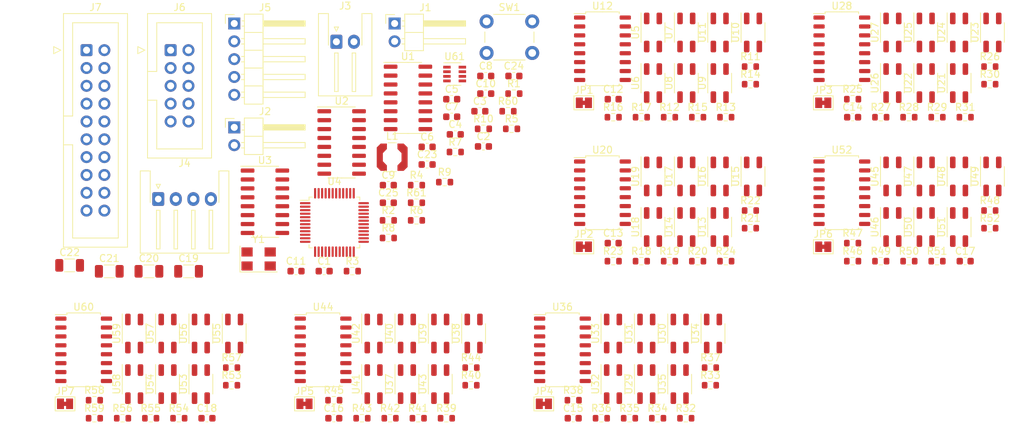
<source format=kicad_pcb>
(kicad_pcb (version 20171130) (host pcbnew 5.1.9)
  (layers (0 F.Cu signal) (31 B.Cu signal) (34 B.Paste user) (35 F.Paste user) (36 B.SilkS user) (37 F.SilkS user) (38 B.Mask user) (39 F.Mask user) (44 Edge.Cuts user))
  (net 0 "")
  (net 1 GND)
  (net 2 +3V3)
  (net 3 /RESET)
  (net 4 /HSE_in)
  (net 5 /HSE_out)
  (net 6 +BATT)
  (net 7 "Net-(C22-Pad2)")
  (net 8 "Net-(C22-Pad1)")
  (net 9 "Net-(C23-Pad2)")
  (net 10 "Net-(J1-Pad2)")
  (net 11 "Net-(J1-Pad1)")
  (net 12 /BOOT)
  (net 13 /SPI1_NSS)
  (net 14 /SPI1_SCK)
  (net 15 /SPI1_MISO)
  (net 16 /SPI1_MOSI)
  (net 17 /USART1_TX)
  (net 18 /USART1_RX)
  (net 19 "Net-(J6-Pad10)")
  (net 20 "Net-(J6-Pad8)")
  (net 21 /SWDIO)
  (net 22 /SWCLK)
  (net 23 "Net-(J6-Pad9)")
  (net 24 "Net-(J6-Pad7)")
  (net 25 "Net-(J6-Pad3)")
  (net 26 "Net-(J7-Pad2)")
  (net 27 "Net-(J7-Pad19)")
  (net 28 "Net-(J7-Pad17)")
  (net 29 "Net-(J7-Pad13)")
  (net 30 "Net-(J7-Pad11)")
  (net 31 "Net-(J7-Pad5)")
  (net 32 "Net-(J7-Pad3)")
  (net 33 "Net-(JP1-Pad1)")
  (net 34 "Net-(JP2-Pad1)")
  (net 35 "Net-(JP3-Pad1)")
  (net 36 "Net-(JP4-Pad1)")
  (net 37 "Net-(JP5-Pad1)")
  (net 38 "Net-(JP6-Pad1)")
  (net 39 "Net-(JP7-Pad1)")
  (net 40 "Net-(R1-Pad2)")
  (net 41 "Net-(R2-Pad2)")
  (net 42 "Net-(R3-Pad2)")
  (net 43 "Net-(R4-Pad2)")
  (net 44 "Net-(R5-Pad2)")
  (net 45 "Net-(R6-Pad2)")
  (net 46 "Net-(R7-Pad2)")
  (net 47 "Net-(R8-Pad2)")
  (net 48 "Net-(R9-Pad2)")
  (net 49 "Net-(R11-Pad2)")
  (net 50 "Net-(R12-Pad2)")
  (net 51 "Net-(R13-Pad2)")
  (net 52 "Net-(R14-Pad2)")
  (net 53 "Net-(R15-Pad2)")
  (net 54 "Net-(R16-Pad2)")
  (net 55 "Net-(R17-Pad2)")
  (net 56 "Net-(R18-Pad2)")
  (net 57 "Net-(R19-Pad2)")
  (net 58 "Net-(R20-Pad2)")
  (net 59 "Net-(R21-Pad2)")
  (net 60 "Net-(R22-Pad2)")
  (net 61 "Net-(R23-Pad2)")
  (net 62 "Net-(R24-Pad2)")
  (net 63 "Net-(R25-Pad2)")
  (net 64 "Net-(R26-Pad2)")
  (net 65 "Net-(R27-Pad2)")
  (net 66 "Net-(R28-Pad2)")
  (net 67 "Net-(R29-Pad2)")
  (net 68 "Net-(R30-Pad2)")
  (net 69 "Net-(R31-Pad2)")
  (net 70 "Net-(R32-Pad2)")
  (net 71 "Net-(R33-Pad2)")
  (net 72 "Net-(R34-Pad2)")
  (net 73 "Net-(R35-Pad2)")
  (net 74 "Net-(R36-Pad2)")
  (net 75 "Net-(R37-Pad2)")
  (net 76 "Net-(R38-Pad2)")
  (net 77 "Net-(R39-Pad2)")
  (net 78 "Net-(R40-Pad2)")
  (net 79 "Net-(R41-Pad2)")
  (net 80 "Net-(R42-Pad2)")
  (net 81 "Net-(R43-Pad2)")
  (net 82 "Net-(R44-Pad2)")
  (net 83 "Net-(R45-Pad2)")
  (net 84 "Net-(R46-Pad2)")
  (net 85 "Net-(R47-Pad2)")
  (net 86 "Net-(R48-Pad2)")
  (net 87 "Net-(R49-Pad2)")
  (net 88 "Net-(R50-Pad2)")
  (net 89 "Net-(R51-Pad2)")
  (net 90 "Net-(R52-Pad2)")
  (net 91 "Net-(R53-Pad2)")
  (net 92 "Net-(R54-Pad2)")
  (net 93 "Net-(R55-Pad2)")
  (net 94 "Net-(R56-Pad2)")
  (net 95 "Net-(R57-Pad2)")
  (net 96 "Net-(R58-Pad2)")
  (net 97 "Net-(R59-Pad2)")
  (net 98 "Net-(U1-Pad15)")
  (net 99 "Net-(U1-Pad14)")
  (net 100 "Net-(U1-Pad13)")
  (net 101 "Net-(U1-Pad12)")
  (net 102 /IR_Row0_P-)
  (net 103 /IR_Row1_P-)
  (net 104 /IR_Row2_P-)
  (net 105 /CIN)
  (net 106 /SIN)
  (net 107 /LIN)
  (net 108 /BIN)
  (net 109 "Net-(U2-Pad15)")
  (net 110 "Net-(U2-Pad14)")
  (net 111 "Net-(U2-Pad13)")
  (net 112 "Net-(U2-Pad12)")
  (net 113 /IR_Row3_P-)
  (net 114 /IR_Row4_P-)
  (net 115 /IR_Row5_P-)
  (net 116 "Net-(U3-Pad15)")
  (net 117 "Net-(U3-Pad14)")
  (net 118 "Net-(U3-Pad13)")
  (net 119 "Net-(U3-Pad12)")
  (net 120 /IR_Row6_P-)
  (net 121 "Net-(U4-Pad36)")
  (net 122 "Net-(U4-Pad35)")
  (net 123 "Net-(U4-Pad33)")
  (net 124 "Net-(U4-Pad32)")
  (net 125 "Net-(U4-Pad29)")
  (net 126 "Net-(U4-Pad28)")
  (net 127 "Net-(U4-Pad27)")
  (net 128 "Net-(U4-Pad26)")
  (net 129 "Net-(U4-Pad25)")
  (net 130 "Net-(U4-Pad22)")
  (net 131 "Net-(U4-Pad21)")
  (net 132 "Net-(U4-Pad20)")
  (net 133 "Net-(U4-Pad19)")
  (net 134 "Net-(U4-Pad18)")
  (net 135 "Net-(U4-Pad17)")
  (net 136 /IR_OUT6)
  (net 137 /IR_OUT5)
  (net 138 /IR_OUT4)
  (net 139 /IR_OUT3)
  (net 140 /IR_OUT2)
  (net 141 /IR_OUT1)
  (net 142 /IR_OUT0)
  (net 143 /IR_SEL2)
  (net 144 /IR_SEL1)
  (net 145 /IR_SEL0)
  (net 146 "Net-(U5-Pad2)")
  (net 147 "Net-(U6-Pad2)")
  (net 148 "Net-(U7-Pad2)")
  (net 149 "Net-(U8-Pad2)")
  (net 150 "Net-(U10-Pad1)")
  (net 151 "Net-(U10-Pad2)")
  (net 152 "Net-(U13-Pad2)")
  (net 153 "Net-(U14-Pad2)")
  (net 154 "Net-(U15-Pad2)")
  (net 155 "Net-(U16-Pad2)")
  (net 156 "Net-(U17-Pad2)")
  (net 157 "Net-(U18-Pad2)")
  (net 158 "Net-(U21-Pad2)")
  (net 159 "Net-(U22-Pad2)")
  (net 160 "Net-(U23-Pad2)")
  (net 161 "Net-(U24-Pad2)")
  (net 162 "Net-(U25-Pad2)")
  (net 163 "Net-(U26-Pad2)")
  (net 164 "Net-(U29-Pad2)")
  (net 165 "Net-(U30-Pad2)")
  (net 166 "Net-(U31-Pad2)")
  (net 167 "Net-(U32-Pad2)")
  (net 168 "Net-(U33-Pad2)")
  (net 169 "Net-(U34-Pad2)")
  (net 170 "Net-(U37-Pad2)")
  (net 171 "Net-(U38-Pad2)")
  (net 172 "Net-(U39-Pad2)")
  (net 173 "Net-(U40-Pad2)")
  (net 174 "Net-(U41-Pad2)")
  (net 175 "Net-(U42-Pad2)")
  (net 176 "Net-(U45-Pad2)")
  (net 177 "Net-(U46-Pad2)")
  (net 178 "Net-(U47-Pad2)")
  (net 179 "Net-(U48-Pad2)")
  (net 180 "Net-(U49-Pad2)")
  (net 181 "Net-(U50-Pad2)")
  (net 182 "Net-(U53-Pad2)")
  (net 183 "Net-(U54-Pad2)")
  (net 184 "Net-(U55-Pad2)")
  (net 185 "Net-(U56-Pad2)")
  (net 186 "Net-(U57-Pad2)")
  (net 187 "Net-(U58-Pad2)")
  (module Crystal:Crystal_SMD_5032-4Pin_5.0x3.2mm (layer F.Cu) (at 51.62 115.11)
    (fp_text reference Y1 (at 0 -2.8) (layer F.SilkS))
    (fp_text value HSE_Clock)
    (pad 4 smd rect (at -1.65 -1) (size 1.6 1.3) (layers F.Cu F.Paste F.Mask) (net 1 GND))
    (pad 3 smd rect (at 1.65 -1) (size 1.6 1.3) (layers F.Cu F.Paste F.Mask) (net 5 /HSE_out))
    (pad 2 smd rect (at 1.65 1) (size 1.6 1.3) (layers F.Cu F.Paste F.Mask) (net 1 GND))
    (pad 1 smd rect (at -1.65 1) (size 1.6 1.3) (layers F.Cu F.Paste F.Mask) (net 4 /HSE_in))
  )
  (module Package_TO_SOT_SMD:SOT-23-8 (layer F.Cu) (at 79.55 88.76)
    (fp_text reference U61 (at 0 -2.5) (layer F.SilkS))
    (fp_text value TPS561201)
    (pad 8 smd rect (at 1.1 -0.98) (size 1.06 0.4) (layers F.Cu F.Paste F.Mask))
    (pad 7 smd rect (at 1.1 -0.33) (size 1.06 0.4) (layers F.Cu F.Paste F.Mask))
    (pad 6 smd rect (at 1.1 0.33) (size 1.06 0.4) (layers F.Cu F.Paste F.Mask) (net 8 "Net-(C22-Pad1)"))
    (pad 5 smd rect (at 1.1 0.98) (size 1.06 0.4) (layers F.Cu F.Paste F.Mask) (net 6 +BATT))
    (pad 4 smd rect (at -1.1 0.98) (size 1.06 0.4) (layers F.Cu F.Paste F.Mask) (net 9 "Net-(C23-Pad2)"))
    (pad 3 smd rect (at -1.1 0.33) (size 1.06 0.4) (layers F.Cu F.Paste F.Mask) (net 6 +BATT))
    (pad 2 smd rect (at -1.1 -0.33) (size 1.06 0.4) (layers F.Cu F.Paste F.Mask) (net 7 "Net-(C22-Pad2)"))
    (pad 1 smd rect (at -1.1 -0.98) (size 1.06 0.4) (layers F.Cu F.Paste F.Mask) (net 1 GND))
  )
  (module Package_SO:SOP-16_4.55x10.3mm_P1.27mm (layer F.Cu) (at 26.69 128.05)
    (fp_text reference U60 (at 0 -6.1) (layer F.SilkS))
    (fp_text value CD4051B)
    (pad 16 smd roundrect (at 3.25 -4.445) (size 1.6 0.6) (layers F.Cu F.Paste F.Mask) (net 2 +3V3))
    (pad 15 smd roundrect (at 3.25 -3.175) (size 1.6 0.6) (layers F.Cu F.Paste F.Mask) (net 92 "Net-(R54-Pad2)"))
    (pad 14 smd roundrect (at 3.25 -1.905) (size 1.6 0.6) (layers F.Cu F.Paste F.Mask) (net 91 "Net-(R53-Pad2)"))
    (pad 13 smd roundrect (at 3.25 -0.635) (size 1.6 0.6) (layers F.Cu F.Paste F.Mask) (net 39 "Net-(JP7-Pad1)"))
    (pad 12 smd roundrect (at 3.25 0.635) (size 1.6 0.6) (layers F.Cu F.Paste F.Mask) (net 93 "Net-(R55-Pad2)"))
    (pad 11 smd roundrect (at 3.25 1.905) (size 1.6 0.6) (layers F.Cu F.Paste F.Mask) (net 145 /IR_SEL0))
    (pad 10 smd roundrect (at 3.25 3.175) (size 1.6 0.6) (layers F.Cu F.Paste F.Mask) (net 144 /IR_SEL1))
    (pad 9 smd roundrect (at 3.25 4.445) (size 1.6 0.6) (layers F.Cu F.Paste F.Mask) (net 143 /IR_SEL2))
    (pad 8 smd roundrect (at -3.25 4.445) (size 1.6 0.6) (layers F.Cu F.Paste F.Mask) (net 1 GND))
    (pad 7 smd roundrect (at -3.25 3.175) (size 1.6 0.6) (layers F.Cu F.Paste F.Mask) (net 1 GND))
    (pad 6 smd roundrect (at -3.25 1.905) (size 1.6 0.6) (layers F.Cu F.Paste F.Mask) (net 2 +3V3))
    (pad 5 smd roundrect (at -3.25 0.635) (size 1.6 0.6) (layers F.Cu F.Paste F.Mask) (net 95 "Net-(R57-Pad2)"))
    (pad 4 smd roundrect (at -3.25 -0.635) (size 1.6 0.6) (layers F.Cu F.Paste F.Mask) (net 97 "Net-(R59-Pad2)"))
    (pad 3 smd roundrect (at -3.25 -1.905) (size 1.6 0.6) (layers F.Cu F.Paste F.Mask) (net 142 /IR_OUT0))
    (pad 2 smd roundrect (at -3.25 -3.175) (size 1.6 0.6) (layers F.Cu F.Paste F.Mask) (net 96 "Net-(R58-Pad2)"))
    (pad 1 smd roundrect (at -3.25 -4.445) (size 1.6 0.6) (layers F.Cu F.Paste F.Mask) (net 94 "Net-(R56-Pad2)"))
  )
  (module OptoDevice:OnSemi_CASE100CY (layer F.Cu) (at 33.89 125.73)
    (fp_text reference U59 (at -2.5 0 90) (layer F.SilkS))
    (fp_text value QRE1113GR)
    (pad 4 smd roundrect (at 0.9 -2) (size 0.79 1.66) (layers F.Cu F.Paste F.Mask) (net 1 GND))
    (pad 1 smd roundrect (at -0.9 -2) (size 0.79 1.66) (layers F.Cu F.Paste F.Mask) (net 187 "Net-(U58-Pad2)"))
    (pad 2 smd roundrect (at -0.9 2) (size 0.79 1.66) (layers F.Cu F.Paste F.Mask) (net 102 /IR_Row0_P-))
    (pad 3 smd roundrect (at 0.9 2) (size 0.79 1.66) (layers F.Cu F.Paste F.Mask) (net 97 "Net-(R59-Pad2)"))
  )
  (module OptoDevice:OnSemi_CASE100CY (layer F.Cu) (at 33.89 132.94)
    (fp_text reference U58 (at -2.5 0 90) (layer F.SilkS))
    (fp_text value QRE1113GR)
    (pad 4 smd roundrect (at 0.9 -2) (size 0.79 1.66) (layers F.Cu F.Paste F.Mask) (net 1 GND))
    (pad 1 smd roundrect (at -0.9 -2) (size 0.79 1.66) (layers F.Cu F.Paste F.Mask) (net 186 "Net-(U57-Pad2)"))
    (pad 2 smd roundrect (at -0.9 2) (size 0.79 1.66) (layers F.Cu F.Paste F.Mask) (net 187 "Net-(U58-Pad2)"))
    (pad 3 smd roundrect (at 0.9 2) (size 0.79 1.66) (layers F.Cu F.Paste F.Mask) (net 96 "Net-(R58-Pad2)"))
  )
  (module OptoDevice:OnSemi_CASE100CY (layer F.Cu) (at 38.64 125.73)
    (fp_text reference U57 (at -2.5 0 90) (layer F.SilkS))
    (fp_text value QRE1113GR)
    (pad 4 smd roundrect (at 0.9 -2) (size 0.79 1.66) (layers F.Cu F.Paste F.Mask) (net 1 GND))
    (pad 1 smd roundrect (at -0.9 -2) (size 0.79 1.66) (layers F.Cu F.Paste F.Mask) (net 185 "Net-(U56-Pad2)"))
    (pad 2 smd roundrect (at -0.9 2) (size 0.79 1.66) (layers F.Cu F.Paste F.Mask) (net 186 "Net-(U57-Pad2)"))
    (pad 3 smd roundrect (at 0.9 2) (size 0.79 1.66) (layers F.Cu F.Paste F.Mask) (net 95 "Net-(R57-Pad2)"))
  )
  (module OptoDevice:OnSemi_CASE100CY (layer F.Cu) (at 43.39 125.73)
    (fp_text reference U56 (at -2.5 0 90) (layer F.SilkS))
    (fp_text value QRE1113GR)
    (pad 4 smd roundrect (at 0.9 -2) (size 0.79 1.66) (layers F.Cu F.Paste F.Mask) (net 1 GND))
    (pad 1 smd roundrect (at -0.9 -2) (size 0.79 1.66) (layers F.Cu F.Paste F.Mask) (net 184 "Net-(U55-Pad2)"))
    (pad 2 smd roundrect (at -0.9 2) (size 0.79 1.66) (layers F.Cu F.Paste F.Mask) (net 185 "Net-(U56-Pad2)"))
    (pad 3 smd roundrect (at 0.9 2) (size 0.79 1.66) (layers F.Cu F.Paste F.Mask) (net 94 "Net-(R56-Pad2)"))
  )
  (module OptoDevice:OnSemi_CASE100CY (layer F.Cu) (at 48.14 125.73)
    (fp_text reference U55 (at -2.5 0 90) (layer F.SilkS))
    (fp_text value QRE1113GR)
    (pad 4 smd roundrect (at 0.9 -2) (size 0.79 1.66) (layers F.Cu F.Paste F.Mask) (net 1 GND))
    (pad 1 smd roundrect (at -0.9 -2) (size 0.79 1.66) (layers F.Cu F.Paste F.Mask) (net 183 "Net-(U54-Pad2)"))
    (pad 2 smd roundrect (at -0.9 2) (size 0.79 1.66) (layers F.Cu F.Paste F.Mask) (net 184 "Net-(U55-Pad2)"))
    (pad 3 smd roundrect (at 0.9 2) (size 0.79 1.66) (layers F.Cu F.Paste F.Mask) (net 93 "Net-(R55-Pad2)"))
  )
  (module OptoDevice:OnSemi_CASE100CY (layer F.Cu) (at 38.64 132.94)
    (fp_text reference U54 (at -2.5 0 90) (layer F.SilkS))
    (fp_text value QRE1113GR)
    (pad 4 smd roundrect (at 0.9 -2) (size 0.79 1.66) (layers F.Cu F.Paste F.Mask) (net 1 GND))
    (pad 1 smd roundrect (at -0.9 -2) (size 0.79 1.66) (layers F.Cu F.Paste F.Mask) (net 182 "Net-(U53-Pad2)"))
    (pad 2 smd roundrect (at -0.9 2) (size 0.79 1.66) (layers F.Cu F.Paste F.Mask) (net 183 "Net-(U54-Pad2)"))
    (pad 3 smd roundrect (at 0.9 2) (size 0.79 1.66) (layers F.Cu F.Paste F.Mask) (net 92 "Net-(R54-Pad2)"))
  )
  (module OptoDevice:OnSemi_CASE100CY (layer F.Cu) (at 43.39 132.94)
    (fp_text reference U53 (at -2.5 0 90) (layer F.SilkS))
    (fp_text value QRE1113GR)
    (pad 4 smd roundrect (at 0.9 -2) (size 0.79 1.66) (layers F.Cu F.Paste F.Mask) (net 1 GND))
    (pad 1 smd roundrect (at -0.9 -2) (size 0.79 1.66) (layers F.Cu F.Paste F.Mask) (net 6 +BATT))
    (pad 2 smd roundrect (at -0.9 2) (size 0.79 1.66) (layers F.Cu F.Paste F.Mask) (net 182 "Net-(U53-Pad2)"))
    (pad 3 smd roundrect (at 0.9 2) (size 0.79 1.66) (layers F.Cu F.Paste F.Mask) (net 91 "Net-(R53-Pad2)"))
  )
  (module Package_SO:SOP-16_4.55x10.3mm_P1.27mm (layer F.Cu) (at 134.72 105.67)
    (fp_text reference U52 (at 0 -6.1) (layer F.SilkS))
    (fp_text value CD4051B)
    (pad 16 smd roundrect (at 3.25 -4.445) (size 1.6 0.6) (layers F.Cu F.Paste F.Mask) (net 2 +3V3))
    (pad 15 smd roundrect (at 3.25 -3.175) (size 1.6 0.6) (layers F.Cu F.Paste F.Mask) (net 85 "Net-(R47-Pad2)"))
    (pad 14 smd roundrect (at 3.25 -1.905) (size 1.6 0.6) (layers F.Cu F.Paste F.Mask) (net 84 "Net-(R46-Pad2)"))
    (pad 13 smd roundrect (at 3.25 -0.635) (size 1.6 0.6) (layers F.Cu F.Paste F.Mask) (net 38 "Net-(JP6-Pad1)"))
    (pad 12 smd roundrect (at 3.25 0.635) (size 1.6 0.6) (layers F.Cu F.Paste F.Mask) (net 86 "Net-(R48-Pad2)"))
    (pad 11 smd roundrect (at 3.25 1.905) (size 1.6 0.6) (layers F.Cu F.Paste F.Mask) (net 145 /IR_SEL0))
    (pad 10 smd roundrect (at 3.25 3.175) (size 1.6 0.6) (layers F.Cu F.Paste F.Mask) (net 144 /IR_SEL1))
    (pad 9 smd roundrect (at 3.25 4.445) (size 1.6 0.6) (layers F.Cu F.Paste F.Mask) (net 143 /IR_SEL2))
    (pad 8 smd roundrect (at -3.25 4.445) (size 1.6 0.6) (layers F.Cu F.Paste F.Mask) (net 1 GND))
    (pad 7 smd roundrect (at -3.25 3.175) (size 1.6 0.6) (layers F.Cu F.Paste F.Mask) (net 1 GND))
    (pad 6 smd roundrect (at -3.25 1.905) (size 1.6 0.6) (layers F.Cu F.Paste F.Mask) (net 2 +3V3))
    (pad 5 smd roundrect (at -3.25 0.635) (size 1.6 0.6) (layers F.Cu F.Paste F.Mask) (net 88 "Net-(R50-Pad2)"))
    (pad 4 smd roundrect (at -3.25 -0.635) (size 1.6 0.6) (layers F.Cu F.Paste F.Mask) (net 90 "Net-(R52-Pad2)"))
    (pad 3 smd roundrect (at -3.25 -1.905) (size 1.6 0.6) (layers F.Cu F.Paste F.Mask) (net 136 /IR_OUT6))
    (pad 2 smd roundrect (at -3.25 -3.175) (size 1.6 0.6) (layers F.Cu F.Paste F.Mask) (net 89 "Net-(R51-Pad2)"))
    (pad 1 smd roundrect (at -3.25 -4.445) (size 1.6 0.6) (layers F.Cu F.Paste F.Mask) (net 87 "Net-(R49-Pad2)"))
  )
  (module OptoDevice:OnSemi_CASE100CY (layer F.Cu) (at 151.42 110.56)
    (fp_text reference U51 (at -2.5 0 90) (layer F.SilkS))
    (fp_text value QRE1113GR)
    (pad 4 smd roundrect (at 0.9 -2) (size 0.79 1.66) (layers F.Cu F.Paste F.Mask) (net 1 GND))
    (pad 1 smd roundrect (at -0.9 -2) (size 0.79 1.66) (layers F.Cu F.Paste F.Mask) (net 181 "Net-(U50-Pad2)"))
    (pad 2 smd roundrect (at -0.9 2) (size 0.79 1.66) (layers F.Cu F.Paste F.Mask) (net 120 /IR_Row6_P-))
    (pad 3 smd roundrect (at 0.9 2) (size 0.79 1.66) (layers F.Cu F.Paste F.Mask) (net 90 "Net-(R52-Pad2)"))
  )
  (module OptoDevice:OnSemi_CASE100CY (layer F.Cu) (at 146.67 110.56)
    (fp_text reference U50 (at -2.5 0 90) (layer F.SilkS))
    (fp_text value QRE1113GR)
    (pad 4 smd roundrect (at 0.9 -2) (size 0.79 1.66) (layers F.Cu F.Paste F.Mask) (net 1 GND))
    (pad 1 smd roundrect (at -0.9 -2) (size 0.79 1.66) (layers F.Cu F.Paste F.Mask) (net 180 "Net-(U49-Pad2)"))
    (pad 2 smd roundrect (at -0.9 2) (size 0.79 1.66) (layers F.Cu F.Paste F.Mask) (net 181 "Net-(U50-Pad2)"))
    (pad 3 smd roundrect (at 0.9 2) (size 0.79 1.66) (layers F.Cu F.Paste F.Mask) (net 89 "Net-(R51-Pad2)"))
  )
  (module OptoDevice:OnSemi_CASE100CY (layer F.Cu) (at 156.17 103.35)
    (fp_text reference U49 (at -2.5 0 90) (layer F.SilkS))
    (fp_text value QRE1113GR)
    (pad 4 smd roundrect (at 0.9 -2) (size 0.79 1.66) (layers F.Cu F.Paste F.Mask) (net 1 GND))
    (pad 1 smd roundrect (at -0.9 -2) (size 0.79 1.66) (layers F.Cu F.Paste F.Mask) (net 179 "Net-(U48-Pad2)"))
    (pad 2 smd roundrect (at -0.9 2) (size 0.79 1.66) (layers F.Cu F.Paste F.Mask) (net 180 "Net-(U49-Pad2)"))
    (pad 3 smd roundrect (at 0.9 2) (size 0.79 1.66) (layers F.Cu F.Paste F.Mask) (net 88 "Net-(R50-Pad2)"))
  )
  (module OptoDevice:OnSemi_CASE100CY (layer F.Cu) (at 151.42 103.35)
    (fp_text reference U48 (at -2.5 0 90) (layer F.SilkS))
    (fp_text value QRE1113GR)
    (pad 4 smd roundrect (at 0.9 -2) (size 0.79 1.66) (layers F.Cu F.Paste F.Mask) (net 1 GND))
    (pad 1 smd roundrect (at -0.9 -2) (size 0.79 1.66) (layers F.Cu F.Paste F.Mask) (net 178 "Net-(U47-Pad2)"))
    (pad 2 smd roundrect (at -0.9 2) (size 0.79 1.66) (layers F.Cu F.Paste F.Mask) (net 179 "Net-(U48-Pad2)"))
    (pad 3 smd roundrect (at 0.9 2) (size 0.79 1.66) (layers F.Cu F.Paste F.Mask) (net 87 "Net-(R49-Pad2)"))
  )
  (module OptoDevice:OnSemi_CASE100CY (layer F.Cu) (at 146.67 103.35)
    (fp_text reference U47 (at -2.5 0 90) (layer F.SilkS))
    (fp_text value QRE1113GR)
    (pad 4 smd roundrect (at 0.9 -2) (size 0.79 1.66) (layers F.Cu F.Paste F.Mask) (net 1 GND))
    (pad 1 smd roundrect (at -0.9 -2) (size 0.79 1.66) (layers F.Cu F.Paste F.Mask) (net 177 "Net-(U46-Pad2)"))
    (pad 2 smd roundrect (at -0.9 2) (size 0.79 1.66) (layers F.Cu F.Paste F.Mask) (net 178 "Net-(U47-Pad2)"))
    (pad 3 smd roundrect (at 0.9 2) (size 0.79 1.66) (layers F.Cu F.Paste F.Mask) (net 86 "Net-(R48-Pad2)"))
  )
  (module OptoDevice:OnSemi_CASE100CY (layer F.Cu) (at 141.92 110.56)
    (fp_text reference U46 (at -2.5 0 90) (layer F.SilkS))
    (fp_text value QRE1113GR)
    (pad 4 smd roundrect (at 0.9 -2) (size 0.79 1.66) (layers F.Cu F.Paste F.Mask) (net 1 GND))
    (pad 1 smd roundrect (at -0.9 -2) (size 0.79 1.66) (layers F.Cu F.Paste F.Mask) (net 176 "Net-(U45-Pad2)"))
    (pad 2 smd roundrect (at -0.9 2) (size 0.79 1.66) (layers F.Cu F.Paste F.Mask) (net 177 "Net-(U46-Pad2)"))
    (pad 3 smd roundrect (at 0.9 2) (size 0.79 1.66) (layers F.Cu F.Paste F.Mask) (net 85 "Net-(R47-Pad2)"))
  )
  (module OptoDevice:OnSemi_CASE100CY (layer F.Cu) (at 141.92 103.35)
    (fp_text reference U45 (at -2.5 0 90) (layer F.SilkS))
    (fp_text value QRE1113GR)
    (pad 4 smd roundrect (at 0.9 -2) (size 0.79 1.66) (layers F.Cu F.Paste F.Mask) (net 1 GND))
    (pad 1 smd roundrect (at -0.9 -2) (size 0.79 1.66) (layers F.Cu F.Paste F.Mask) (net 6 +BATT))
    (pad 2 smd roundrect (at -0.9 2) (size 0.79 1.66) (layers F.Cu F.Paste F.Mask) (net 176 "Net-(U45-Pad2)"))
    (pad 3 smd roundrect (at 0.9 2) (size 0.79 1.66) (layers F.Cu F.Paste F.Mask) (net 84 "Net-(R46-Pad2)"))
  )
  (module Package_SO:SOP-16_4.55x10.3mm_P1.27mm (layer F.Cu) (at 60.8 128.05)
    (fp_text reference U44 (at 0 -6.1) (layer F.SilkS))
    (fp_text value CD4051B)
    (pad 16 smd roundrect (at 3.25 -4.445) (size 1.6 0.6) (layers F.Cu F.Paste F.Mask) (net 2 +3V3))
    (pad 15 smd roundrect (at 3.25 -3.175) (size 1.6 0.6) (layers F.Cu F.Paste F.Mask) (net 78 "Net-(R40-Pad2)"))
    (pad 14 smd roundrect (at 3.25 -1.905) (size 1.6 0.6) (layers F.Cu F.Paste F.Mask) (net 77 "Net-(R39-Pad2)"))
    (pad 13 smd roundrect (at 3.25 -0.635) (size 1.6 0.6) (layers F.Cu F.Paste F.Mask) (net 37 "Net-(JP5-Pad1)"))
    (pad 12 smd roundrect (at 3.25 0.635) (size 1.6 0.6) (layers F.Cu F.Paste F.Mask) (net 79 "Net-(R41-Pad2)"))
    (pad 11 smd roundrect (at 3.25 1.905) (size 1.6 0.6) (layers F.Cu F.Paste F.Mask) (net 145 /IR_SEL0))
    (pad 10 smd roundrect (at 3.25 3.175) (size 1.6 0.6) (layers F.Cu F.Paste F.Mask) (net 144 /IR_SEL1))
    (pad 9 smd roundrect (at 3.25 4.445) (size 1.6 0.6) (layers F.Cu F.Paste F.Mask) (net 143 /IR_SEL2))
    (pad 8 smd roundrect (at -3.25 4.445) (size 1.6 0.6) (layers F.Cu F.Paste F.Mask) (net 1 GND))
    (pad 7 smd roundrect (at -3.25 3.175) (size 1.6 0.6) (layers F.Cu F.Paste F.Mask) (net 1 GND))
    (pad 6 smd roundrect (at -3.25 1.905) (size 1.6 0.6) (layers F.Cu F.Paste F.Mask) (net 2 +3V3))
    (pad 5 smd roundrect (at -3.25 0.635) (size 1.6 0.6) (layers F.Cu F.Paste F.Mask) (net 81 "Net-(R43-Pad2)"))
    (pad 4 smd roundrect (at -3.25 -0.635) (size 1.6 0.6) (layers F.Cu F.Paste F.Mask) (net 83 "Net-(R45-Pad2)"))
    (pad 3 smd roundrect (at -3.25 -1.905) (size 1.6 0.6) (layers F.Cu F.Paste F.Mask) (net 140 /IR_OUT2))
    (pad 2 smd roundrect (at -3.25 -3.175) (size 1.6 0.6) (layers F.Cu F.Paste F.Mask) (net 82 "Net-(R44-Pad2)"))
    (pad 1 smd roundrect (at -3.25 -4.445) (size 1.6 0.6) (layers F.Cu F.Paste F.Mask) (net 80 "Net-(R42-Pad2)"))
  )
  (module OptoDevice:OnSemi_CASE100CY (layer F.Cu) (at 77.5 132.94)
    (fp_text reference U43 (at -2.5 0 90) (layer F.SilkS))
    (fp_text value QRE1113GR)
    (pad 4 smd roundrect (at 0.9 -2) (size 0.79 1.66) (layers F.Cu F.Paste F.Mask) (net 1 GND))
    (pad 1 smd roundrect (at -0.9 -2) (size 0.79 1.66) (layers F.Cu F.Paste F.Mask) (net 175 "Net-(U42-Pad2)"))
    (pad 2 smd roundrect (at -0.9 2) (size 0.79 1.66) (layers F.Cu F.Paste F.Mask) (net 104 /IR_Row2_P-))
    (pad 3 smd roundrect (at 0.9 2) (size 0.79 1.66) (layers F.Cu F.Paste F.Mask) (net 83 "Net-(R45-Pad2)"))
  )
  (module OptoDevice:OnSemi_CASE100CY (layer F.Cu) (at 68 125.73)
    (fp_text reference U42 (at -2.5 0 90) (layer F.SilkS))
    (fp_text value QRE1113GR)
    (pad 4 smd roundrect (at 0.9 -2) (size 0.79 1.66) (layers F.Cu F.Paste F.Mask) (net 1 GND))
    (pad 1 smd roundrect (at -0.9 -2) (size 0.79 1.66) (layers F.Cu F.Paste F.Mask) (net 174 "Net-(U41-Pad2)"))
    (pad 2 smd roundrect (at -0.9 2) (size 0.79 1.66) (layers F.Cu F.Paste F.Mask) (net 175 "Net-(U42-Pad2)"))
    (pad 3 smd roundrect (at 0.9 2) (size 0.79 1.66) (layers F.Cu F.Paste F.Mask) (net 82 "Net-(R44-Pad2)"))
  )
  (module OptoDevice:OnSemi_CASE100CY (layer F.Cu) (at 68 132.94)
    (fp_text reference U41 (at -2.5 0 90) (layer F.SilkS))
    (fp_text value QRE1113GR)
    (pad 4 smd roundrect (at 0.9 -2) (size 0.79 1.66) (layers F.Cu F.Paste F.Mask) (net 1 GND))
    (pad 1 smd roundrect (at -0.9 -2) (size 0.79 1.66) (layers F.Cu F.Paste F.Mask) (net 173 "Net-(U40-Pad2)"))
    (pad 2 smd roundrect (at -0.9 2) (size 0.79 1.66) (layers F.Cu F.Paste F.Mask) (net 174 "Net-(U41-Pad2)"))
    (pad 3 smd roundrect (at 0.9 2) (size 0.79 1.66) (layers F.Cu F.Paste F.Mask) (net 81 "Net-(R43-Pad2)"))
  )
  (module OptoDevice:OnSemi_CASE100CY (layer F.Cu) (at 72.75 125.73)
    (fp_text reference U40 (at -2.5 0 90) (layer F.SilkS))
    (fp_text value QRE1113GR)
    (pad 4 smd roundrect (at 0.9 -2) (size 0.79 1.66) (layers F.Cu F.Paste F.Mask) (net 1 GND))
    (pad 1 smd roundrect (at -0.9 -2) (size 0.79 1.66) (layers F.Cu F.Paste F.Mask) (net 172 "Net-(U39-Pad2)"))
    (pad 2 smd roundrect (at -0.9 2) (size 0.79 1.66) (layers F.Cu F.Paste F.Mask) (net 173 "Net-(U40-Pad2)"))
    (pad 3 smd roundrect (at 0.9 2) (size 0.79 1.66) (layers F.Cu F.Paste F.Mask) (net 80 "Net-(R42-Pad2)"))
  )
  (module OptoDevice:OnSemi_CASE100CY (layer F.Cu) (at 77.5 125.73)
    (fp_text reference U39 (at -2.5 0 90) (layer F.SilkS))
    (fp_text value QRE1113GR)
    (pad 4 smd roundrect (at 0.9 -2) (size 0.79 1.66) (layers F.Cu F.Paste F.Mask) (net 1 GND))
    (pad 1 smd roundrect (at -0.9 -2) (size 0.79 1.66) (layers F.Cu F.Paste F.Mask) (net 171 "Net-(U38-Pad2)"))
    (pad 2 smd roundrect (at -0.9 2) (size 0.79 1.66) (layers F.Cu F.Paste F.Mask) (net 172 "Net-(U39-Pad2)"))
    (pad 3 smd roundrect (at 0.9 2) (size 0.79 1.66) (layers F.Cu F.Paste F.Mask) (net 79 "Net-(R41-Pad2)"))
  )
  (module OptoDevice:OnSemi_CASE100CY (layer F.Cu) (at 82.25 125.73)
    (fp_text reference U38 (at -2.5 0 90) (layer F.SilkS))
    (fp_text value QRE1113GR)
    (pad 4 smd roundrect (at 0.9 -2) (size 0.79 1.66) (layers F.Cu F.Paste F.Mask) (net 1 GND))
    (pad 1 smd roundrect (at -0.9 -2) (size 0.79 1.66) (layers F.Cu F.Paste F.Mask) (net 170 "Net-(U37-Pad2)"))
    (pad 2 smd roundrect (at -0.9 2) (size 0.79 1.66) (layers F.Cu F.Paste F.Mask) (net 171 "Net-(U38-Pad2)"))
    (pad 3 smd roundrect (at 0.9 2) (size 0.79 1.66) (layers F.Cu F.Paste F.Mask) (net 78 "Net-(R40-Pad2)"))
  )
  (module OptoDevice:OnSemi_CASE100CY (layer F.Cu) (at 72.75 132.94)
    (fp_text reference U37 (at -2.5 0 90) (layer F.SilkS))
    (fp_text value QRE1113GR)
    (pad 4 smd roundrect (at 0.9 -2) (size 0.79 1.66) (layers F.Cu F.Paste F.Mask) (net 1 GND))
    (pad 1 smd roundrect (at -0.9 -2) (size 0.79 1.66) (layers F.Cu F.Paste F.Mask) (net 6 +BATT))
    (pad 2 smd roundrect (at -0.9 2) (size 0.79 1.66) (layers F.Cu F.Paste F.Mask) (net 170 "Net-(U37-Pad2)"))
    (pad 3 smd roundrect (at 0.9 2) (size 0.79 1.66) (layers F.Cu F.Paste F.Mask) (net 77 "Net-(R39-Pad2)"))
  )
  (module Package_SO:SOP-16_4.55x10.3mm_P1.27mm (layer F.Cu) (at 94.91 128.05)
    (fp_text reference U36 (at 0 -6.1) (layer F.SilkS))
    (fp_text value CD4051B)
    (pad 16 smd roundrect (at 3.25 -4.445) (size 1.6 0.6) (layers F.Cu F.Paste F.Mask) (net 2 +3V3))
    (pad 15 smd roundrect (at 3.25 -3.175) (size 1.6 0.6) (layers F.Cu F.Paste F.Mask) (net 71 "Net-(R33-Pad2)"))
    (pad 14 smd roundrect (at 3.25 -1.905) (size 1.6 0.6) (layers F.Cu F.Paste F.Mask) (net 70 "Net-(R32-Pad2)"))
    (pad 13 smd roundrect (at 3.25 -0.635) (size 1.6 0.6) (layers F.Cu F.Paste F.Mask) (net 36 "Net-(JP4-Pad1)"))
    (pad 12 smd roundrect (at 3.25 0.635) (size 1.6 0.6) (layers F.Cu F.Paste F.Mask) (net 72 "Net-(R34-Pad2)"))
    (pad 11 smd roundrect (at 3.25 1.905) (size 1.6 0.6) (layers F.Cu F.Paste F.Mask) (net 145 /IR_SEL0))
    (pad 10 smd roundrect (at 3.25 3.175) (size 1.6 0.6) (layers F.Cu F.Paste F.Mask) (net 144 /IR_SEL1))
    (pad 9 smd roundrect (at 3.25 4.445) (size 1.6 0.6) (layers F.Cu F.Paste F.Mask) (net 143 /IR_SEL2))
    (pad 8 smd roundrect (at -3.25 4.445) (size 1.6 0.6) (layers F.Cu F.Paste F.Mask) (net 1 GND))
    (pad 7 smd roundrect (at -3.25 3.175) (size 1.6 0.6) (layers F.Cu F.Paste F.Mask) (net 1 GND))
    (pad 6 smd roundrect (at -3.25 1.905) (size 1.6 0.6) (layers F.Cu F.Paste F.Mask) (net 2 +3V3))
    (pad 5 smd roundrect (at -3.25 0.635) (size 1.6 0.6) (layers F.Cu F.Paste F.Mask) (net 74 "Net-(R36-Pad2)"))
    (pad 4 smd roundrect (at -3.25 -0.635) (size 1.6 0.6) (layers F.Cu F.Paste F.Mask) (net 76 "Net-(R38-Pad2)"))
    (pad 3 smd roundrect (at -3.25 -1.905) (size 1.6 0.6) (layers F.Cu F.Paste F.Mask) (net 137 /IR_OUT5))
    (pad 2 smd roundrect (at -3.25 -3.175) (size 1.6 0.6) (layers F.Cu F.Paste F.Mask) (net 75 "Net-(R37-Pad2)"))
    (pad 1 smd roundrect (at -3.25 -4.445) (size 1.6 0.6) (layers F.Cu F.Paste F.Mask) (net 73 "Net-(R35-Pad2)"))
  )
  (module OptoDevice:OnSemi_CASE100CY (layer F.Cu) (at 111.61 132.94)
    (fp_text reference U35 (at -2.5 0 90) (layer F.SilkS))
    (fp_text value QRE1113GR)
    (pad 4 smd roundrect (at 0.9 -2) (size 0.79 1.66) (layers F.Cu F.Paste F.Mask) (net 1 GND))
    (pad 1 smd roundrect (at -0.9 -2) (size 0.79 1.66) (layers F.Cu F.Paste F.Mask) (net 169 "Net-(U34-Pad2)"))
    (pad 2 smd roundrect (at -0.9 2) (size 0.79 1.66) (layers F.Cu F.Paste F.Mask) (net 115 /IR_Row5_P-))
    (pad 3 smd roundrect (at 0.9 2) (size 0.79 1.66) (layers F.Cu F.Paste F.Mask) (net 76 "Net-(R38-Pad2)"))
  )
  (module OptoDevice:OnSemi_CASE100CY (layer F.Cu) (at 116.36 125.73)
    (fp_text reference U34 (at -2.5 0 90) (layer F.SilkS))
    (fp_text value QRE1113GR)
    (pad 4 smd roundrect (at 0.9 -2) (size 0.79 1.66) (layers F.Cu F.Paste F.Mask) (net 1 GND))
    (pad 1 smd roundrect (at -0.9 -2) (size 0.79 1.66) (layers F.Cu F.Paste F.Mask) (net 168 "Net-(U33-Pad2)"))
    (pad 2 smd roundrect (at -0.9 2) (size 0.79 1.66) (layers F.Cu F.Paste F.Mask) (net 169 "Net-(U34-Pad2)"))
    (pad 3 smd roundrect (at 0.9 2) (size 0.79 1.66) (layers F.Cu F.Paste F.Mask) (net 75 "Net-(R37-Pad2)"))
  )
  (module OptoDevice:OnSemi_CASE100CY (layer F.Cu) (at 102.11 125.73)
    (fp_text reference U33 (at -2.5 0 90) (layer F.SilkS))
    (fp_text value QRE1113GR)
    (pad 4 smd roundrect (at 0.9 -2) (size 0.79 1.66) (layers F.Cu F.Paste F.Mask) (net 1 GND))
    (pad 1 smd roundrect (at -0.9 -2) (size 0.79 1.66) (layers F.Cu F.Paste F.Mask) (net 167 "Net-(U32-Pad2)"))
    (pad 2 smd roundrect (at -0.9 2) (size 0.79 1.66) (layers F.Cu F.Paste F.Mask) (net 168 "Net-(U33-Pad2)"))
    (pad 3 smd roundrect (at 0.9 2) (size 0.79 1.66) (layers F.Cu F.Paste F.Mask) (net 74 "Net-(R36-Pad2)"))
  )
  (module OptoDevice:OnSemi_CASE100CY (layer F.Cu) (at 102.11 132.94)
    (fp_text reference U32 (at -2.5 0 90) (layer F.SilkS))
    (fp_text value QRE1113GR)
    (pad 4 smd roundrect (at 0.9 -2) (size 0.79 1.66) (layers F.Cu F.Paste F.Mask) (net 1 GND))
    (pad 1 smd roundrect (at -0.9 -2) (size 0.79 1.66) (layers F.Cu F.Paste F.Mask) (net 166 "Net-(U31-Pad2)"))
    (pad 2 smd roundrect (at -0.9 2) (size 0.79 1.66) (layers F.Cu F.Paste F.Mask) (net 167 "Net-(U32-Pad2)"))
    (pad 3 smd roundrect (at 0.9 2) (size 0.79 1.66) (layers F.Cu F.Paste F.Mask) (net 73 "Net-(R35-Pad2)"))
  )
  (module OptoDevice:OnSemi_CASE100CY (layer F.Cu) (at 106.86 125.73)
    (fp_text reference U31 (at -2.5 0 90) (layer F.SilkS))
    (fp_text value QRE1113GR)
    (pad 4 smd roundrect (at 0.9 -2) (size 0.79 1.66) (layers F.Cu F.Paste F.Mask) (net 1 GND))
    (pad 1 smd roundrect (at -0.9 -2) (size 0.79 1.66) (layers F.Cu F.Paste F.Mask) (net 165 "Net-(U30-Pad2)"))
    (pad 2 smd roundrect (at -0.9 2) (size 0.79 1.66) (layers F.Cu F.Paste F.Mask) (net 166 "Net-(U31-Pad2)"))
    (pad 3 smd roundrect (at 0.9 2) (size 0.79 1.66) (layers F.Cu F.Paste F.Mask) (net 72 "Net-(R34-Pad2)"))
  )
  (module OptoDevice:OnSemi_CASE100CY (layer F.Cu) (at 111.61 125.73)
    (fp_text reference U30 (at -2.5 0 90) (layer F.SilkS))
    (fp_text value QRE1113GR)
    (pad 4 smd roundrect (at 0.9 -2) (size 0.79 1.66) (layers F.Cu F.Paste F.Mask) (net 1 GND))
    (pad 1 smd roundrect (at -0.9 -2) (size 0.79 1.66) (layers F.Cu F.Paste F.Mask) (net 164 "Net-(U29-Pad2)"))
    (pad 2 smd roundrect (at -0.9 2) (size 0.79 1.66) (layers F.Cu F.Paste F.Mask) (net 165 "Net-(U30-Pad2)"))
    (pad 3 smd roundrect (at 0.9 2) (size 0.79 1.66) (layers F.Cu F.Paste F.Mask) (net 71 "Net-(R33-Pad2)"))
  )
  (module OptoDevice:OnSemi_CASE100CY (layer F.Cu) (at 106.86 132.94)
    (fp_text reference U29 (at -2.5 0 90) (layer F.SilkS))
    (fp_text value QRE1113GR)
    (pad 4 smd roundrect (at 0.9 -2) (size 0.79 1.66) (layers F.Cu F.Paste F.Mask) (net 1 GND))
    (pad 1 smd roundrect (at -0.9 -2) (size 0.79 1.66) (layers F.Cu F.Paste F.Mask) (net 6 +BATT))
    (pad 2 smd roundrect (at -0.9 2) (size 0.79 1.66) (layers F.Cu F.Paste F.Mask) (net 164 "Net-(U29-Pad2)"))
    (pad 3 smd roundrect (at 0.9 2) (size 0.79 1.66) (layers F.Cu F.Paste F.Mask) (net 70 "Net-(R32-Pad2)"))
  )
  (module Package_SO:SOP-16_4.55x10.3mm_P1.27mm (layer F.Cu) (at 134.72 85.16)
    (fp_text reference U28 (at 0 -6.1) (layer F.SilkS))
    (fp_text value CD4051B)
    (pad 16 smd roundrect (at 3.25 -4.445) (size 1.6 0.6) (layers F.Cu F.Paste F.Mask) (net 2 +3V3))
    (pad 15 smd roundrect (at 3.25 -3.175) (size 1.6 0.6) (layers F.Cu F.Paste F.Mask) (net 64 "Net-(R26-Pad2)"))
    (pad 14 smd roundrect (at 3.25 -1.905) (size 1.6 0.6) (layers F.Cu F.Paste F.Mask) (net 63 "Net-(R25-Pad2)"))
    (pad 13 smd roundrect (at 3.25 -0.635) (size 1.6 0.6) (layers F.Cu F.Paste F.Mask) (net 35 "Net-(JP3-Pad1)"))
    (pad 12 smd roundrect (at 3.25 0.635) (size 1.6 0.6) (layers F.Cu F.Paste F.Mask) (net 65 "Net-(R27-Pad2)"))
    (pad 11 smd roundrect (at 3.25 1.905) (size 1.6 0.6) (layers F.Cu F.Paste F.Mask) (net 145 /IR_SEL0))
    (pad 10 smd roundrect (at 3.25 3.175) (size 1.6 0.6) (layers F.Cu F.Paste F.Mask) (net 144 /IR_SEL1))
    (pad 9 smd roundrect (at 3.25 4.445) (size 1.6 0.6) (layers F.Cu F.Paste F.Mask) (net 143 /IR_SEL2))
    (pad 8 smd roundrect (at -3.25 4.445) (size 1.6 0.6) (layers F.Cu F.Paste F.Mask) (net 1 GND))
    (pad 7 smd roundrect (at -3.25 3.175) (size 1.6 0.6) (layers F.Cu F.Paste F.Mask) (net 1 GND))
    (pad 6 smd roundrect (at -3.25 1.905) (size 1.6 0.6) (layers F.Cu F.Paste F.Mask) (net 2 +3V3))
    (pad 5 smd roundrect (at -3.25 0.635) (size 1.6 0.6) (layers F.Cu F.Paste F.Mask) (net 67 "Net-(R29-Pad2)"))
    (pad 4 smd roundrect (at -3.25 -0.635) (size 1.6 0.6) (layers F.Cu F.Paste F.Mask) (net 69 "Net-(R31-Pad2)"))
    (pad 3 smd roundrect (at -3.25 -1.905) (size 1.6 0.6) (layers F.Cu F.Paste F.Mask) (net 138 /IR_OUT4))
    (pad 2 smd roundrect (at -3.25 -3.175) (size 1.6 0.6) (layers F.Cu F.Paste F.Mask) (net 68 "Net-(R30-Pad2)"))
    (pad 1 smd roundrect (at -3.25 -4.445) (size 1.6 0.6) (layers F.Cu F.Paste F.Mask) (net 66 "Net-(R28-Pad2)"))
  )
  (module OptoDevice:OnSemi_CASE100CY (layer F.Cu) (at 141.92 82.84)
    (fp_text reference U27 (at -2.5 0 90) (layer F.SilkS))
    (fp_text value QRE1113GR)
    (pad 4 smd roundrect (at 0.9 -2) (size 0.79 1.66) (layers F.Cu F.Paste F.Mask) (net 1 GND))
    (pad 1 smd roundrect (at -0.9 -2) (size 0.79 1.66) (layers F.Cu F.Paste F.Mask) (net 163 "Net-(U26-Pad2)"))
    (pad 2 smd roundrect (at -0.9 2) (size 0.79 1.66) (layers F.Cu F.Paste F.Mask) (net 114 /IR_Row4_P-))
    (pad 3 smd roundrect (at 0.9 2) (size 0.79 1.66) (layers F.Cu F.Paste F.Mask) (net 69 "Net-(R31-Pad2)"))
  )
  (module OptoDevice:OnSemi_CASE100CY (layer F.Cu) (at 141.92 90.05)
    (fp_text reference U26 (at -2.5 0 90) (layer F.SilkS))
    (fp_text value QRE1113GR)
    (pad 4 smd roundrect (at 0.9 -2) (size 0.79 1.66) (layers F.Cu F.Paste F.Mask) (net 1 GND))
    (pad 1 smd roundrect (at -0.9 -2) (size 0.79 1.66) (layers F.Cu F.Paste F.Mask) (net 162 "Net-(U25-Pad2)"))
    (pad 2 smd roundrect (at -0.9 2) (size 0.79 1.66) (layers F.Cu F.Paste F.Mask) (net 163 "Net-(U26-Pad2)"))
    (pad 3 smd roundrect (at 0.9 2) (size 0.79 1.66) (layers F.Cu F.Paste F.Mask) (net 68 "Net-(R30-Pad2)"))
  )
  (module OptoDevice:OnSemi_CASE100CY (layer F.Cu) (at 146.67 82.84)
    (fp_text reference U25 (at -2.5 0 90) (layer F.SilkS))
    (fp_text value QRE1113GR)
    (pad 4 smd roundrect (at 0.9 -2) (size 0.79 1.66) (layers F.Cu F.Paste F.Mask) (net 1 GND))
    (pad 1 smd roundrect (at -0.9 -2) (size 0.79 1.66) (layers F.Cu F.Paste F.Mask) (net 161 "Net-(U24-Pad2)"))
    (pad 2 smd roundrect (at -0.9 2) (size 0.79 1.66) (layers F.Cu F.Paste F.Mask) (net 162 "Net-(U25-Pad2)"))
    (pad 3 smd roundrect (at 0.9 2) (size 0.79 1.66) (layers F.Cu F.Paste F.Mask) (net 67 "Net-(R29-Pad2)"))
  )
  (module OptoDevice:OnSemi_CASE100CY (layer F.Cu) (at 151.42 82.84)
    (fp_text reference U24 (at -2.5 0 90) (layer F.SilkS))
    (fp_text value QRE1113GR)
    (pad 4 smd roundrect (at 0.9 -2) (size 0.79 1.66) (layers F.Cu F.Paste F.Mask) (net 1 GND))
    (pad 1 smd roundrect (at -0.9 -2) (size 0.79 1.66) (layers F.Cu F.Paste F.Mask) (net 160 "Net-(U23-Pad2)"))
    (pad 2 smd roundrect (at -0.9 2) (size 0.79 1.66) (layers F.Cu F.Paste F.Mask) (net 161 "Net-(U24-Pad2)"))
    (pad 3 smd roundrect (at 0.9 2) (size 0.79 1.66) (layers F.Cu F.Paste F.Mask) (net 66 "Net-(R28-Pad2)"))
  )
  (module OptoDevice:OnSemi_CASE100CY (layer F.Cu) (at 156.17 82.84)
    (fp_text reference U23 (at -2.5 0 90) (layer F.SilkS))
    (fp_text value QRE1113GR)
    (pad 4 smd roundrect (at 0.9 -2) (size 0.79 1.66) (layers F.Cu F.Paste F.Mask) (net 1 GND))
    (pad 1 smd roundrect (at -0.9 -2) (size 0.79 1.66) (layers F.Cu F.Paste F.Mask) (net 159 "Net-(U22-Pad2)"))
    (pad 2 smd roundrect (at -0.9 2) (size 0.79 1.66) (layers F.Cu F.Paste F.Mask) (net 160 "Net-(U23-Pad2)"))
    (pad 3 smd roundrect (at 0.9 2) (size 0.79 1.66) (layers F.Cu F.Paste F.Mask) (net 65 "Net-(R27-Pad2)"))
  )
  (module OptoDevice:OnSemi_CASE100CY (layer F.Cu) (at 146.67 90.05)
    (fp_text reference U22 (at -2.5 0 90) (layer F.SilkS))
    (fp_text value QRE1113GR)
    (pad 4 smd roundrect (at 0.9 -2) (size 0.79 1.66) (layers F.Cu F.Paste F.Mask) (net 1 GND))
    (pad 1 smd roundrect (at -0.9 -2) (size 0.79 1.66) (layers F.Cu F.Paste F.Mask) (net 158 "Net-(U21-Pad2)"))
    (pad 2 smd roundrect (at -0.9 2) (size 0.79 1.66) (layers F.Cu F.Paste F.Mask) (net 159 "Net-(U22-Pad2)"))
    (pad 3 smd roundrect (at 0.9 2) (size 0.79 1.66) (layers F.Cu F.Paste F.Mask) (net 64 "Net-(R26-Pad2)"))
  )
  (module OptoDevice:OnSemi_CASE100CY (layer F.Cu) (at 151.42 90.05)
    (fp_text reference U21 (at -2.5 0 90) (layer F.SilkS))
    (fp_text value QRE1113GR)
    (pad 4 smd roundrect (at 0.9 -2) (size 0.79 1.66) (layers F.Cu F.Paste F.Mask) (net 1 GND))
    (pad 1 smd roundrect (at -0.9 -2) (size 0.79 1.66) (layers F.Cu F.Paste F.Mask) (net 6 +BATT))
    (pad 2 smd roundrect (at -0.9 2) (size 0.79 1.66) (layers F.Cu F.Paste F.Mask) (net 158 "Net-(U21-Pad2)"))
    (pad 3 smd roundrect (at 0.9 2) (size 0.79 1.66) (layers F.Cu F.Paste F.Mask) (net 63 "Net-(R25-Pad2)"))
  )
  (module Package_SO:SOP-16_4.55x10.3mm_P1.27mm (layer F.Cu) (at 100.61 105.67)
    (fp_text reference U20 (at 0 -6.1) (layer F.SilkS))
    (fp_text value CD4051B)
    (pad 16 smd roundrect (at 3.25 -4.445) (size 1.6 0.6) (layers F.Cu F.Paste F.Mask) (net 2 +3V3))
    (pad 15 smd roundrect (at 3.25 -3.175) (size 1.6 0.6) (layers F.Cu F.Paste F.Mask) (net 57 "Net-(R19-Pad2)"))
    (pad 14 smd roundrect (at 3.25 -1.905) (size 1.6 0.6) (layers F.Cu F.Paste F.Mask) (net 56 "Net-(R18-Pad2)"))
    (pad 13 smd roundrect (at 3.25 -0.635) (size 1.6 0.6) (layers F.Cu F.Paste F.Mask) (net 34 "Net-(JP2-Pad1)"))
    (pad 12 smd roundrect (at 3.25 0.635) (size 1.6 0.6) (layers F.Cu F.Paste F.Mask) (net 58 "Net-(R20-Pad2)"))
    (pad 11 smd roundrect (at 3.25 1.905) (size 1.6 0.6) (layers F.Cu F.Paste F.Mask) (net 145 /IR_SEL0))
    (pad 10 smd roundrect (at 3.25 3.175) (size 1.6 0.6) (layers F.Cu F.Paste F.Mask) (net 144 /IR_SEL1))
    (pad 9 smd roundrect (at 3.25 4.445) (size 1.6 0.6) (layers F.Cu F.Paste F.Mask) (net 143 /IR_SEL2))
    (pad 8 smd roundrect (at -3.25 4.445) (size 1.6 0.6) (layers F.Cu F.Paste F.Mask) (net 1 GND))
    (pad 7 smd roundrect (at -3.25 3.175) (size 1.6 0.6) (layers F.Cu F.Paste F.Mask) (net 1 GND))
    (pad 6 smd roundrect (at -3.25 1.905) (size 1.6 0.6) (layers F.Cu F.Paste F.Mask) (net 2 +3V3))
    (pad 5 smd roundrect (at -3.25 0.635) (size 1.6 0.6) (layers F.Cu F.Paste F.Mask) (net 60 "Net-(R22-Pad2)"))
    (pad 4 smd roundrect (at -3.25 -0.635) (size 1.6 0.6) (layers F.Cu F.Paste F.Mask) (net 62 "Net-(R24-Pad2)"))
    (pad 3 smd roundrect (at -3.25 -1.905) (size 1.6 0.6) (layers F.Cu F.Paste F.Mask) (net 139 /IR_OUT3))
    (pad 2 smd roundrect (at -3.25 -3.175) (size 1.6 0.6) (layers F.Cu F.Paste F.Mask) (net 61 "Net-(R23-Pad2)"))
    (pad 1 smd roundrect (at -3.25 -4.445) (size 1.6 0.6) (layers F.Cu F.Paste F.Mask) (net 59 "Net-(R21-Pad2)"))
  )
  (module OptoDevice:OnSemi_CASE100CY (layer F.Cu) (at 107.81 103.35)
    (fp_text reference U19 (at -2.5 0 90) (layer F.SilkS))
    (fp_text value QRE1113GR)
    (pad 4 smd roundrect (at 0.9 -2) (size 0.79 1.66) (layers F.Cu F.Paste F.Mask) (net 1 GND))
    (pad 1 smd roundrect (at -0.9 -2) (size 0.79 1.66) (layers F.Cu F.Paste F.Mask) (net 157 "Net-(U18-Pad2)"))
    (pad 2 smd roundrect (at -0.9 2) (size 0.79 1.66) (layers F.Cu F.Paste F.Mask) (net 113 /IR_Row3_P-))
    (pad 3 smd roundrect (at 0.9 2) (size 0.79 1.66) (layers F.Cu F.Paste F.Mask) (net 62 "Net-(R24-Pad2)"))
  )
  (module OptoDevice:OnSemi_CASE100CY (layer F.Cu) (at 107.81 110.56)
    (fp_text reference U18 (at -2.5 0 90) (layer F.SilkS))
    (fp_text value QRE1113GR)
    (pad 4 smd roundrect (at 0.9 -2) (size 0.79 1.66) (layers F.Cu F.Paste F.Mask) (net 1 GND))
    (pad 1 smd roundrect (at -0.9 -2) (size 0.79 1.66) (layers F.Cu F.Paste F.Mask) (net 156 "Net-(U17-Pad2)"))
    (pad 2 smd roundrect (at -0.9 2) (size 0.79 1.66) (layers F.Cu F.Paste F.Mask) (net 157 "Net-(U18-Pad2)"))
    (pad 3 smd roundrect (at 0.9 2) (size 0.79 1.66) (layers F.Cu F.Paste F.Mask) (net 61 "Net-(R23-Pad2)"))
  )
  (module OptoDevice:OnSemi_CASE100CY (layer F.Cu) (at 112.56 103.35)
    (fp_text reference U17 (at -2.5 0 90) (layer F.SilkS))
    (fp_text value QRE1113GR)
    (pad 4 smd roundrect (at 0.9 -2) (size 0.79 1.66) (layers F.Cu F.Paste F.Mask) (net 1 GND))
    (pad 1 smd roundrect (at -0.9 -2) (size 0.79 1.66) (layers F.Cu F.Paste F.Mask) (net 155 "Net-(U16-Pad2)"))
    (pad 2 smd roundrect (at -0.9 2) (size 0.79 1.66) (layers F.Cu F.Paste F.Mask) (net 156 "Net-(U17-Pad2)"))
    (pad 3 smd roundrect (at 0.9 2) (size 0.79 1.66) (layers F.Cu F.Paste F.Mask) (net 60 "Net-(R22-Pad2)"))
  )
  (module OptoDevice:OnSemi_CASE100CY (layer F.Cu) (at 117.31 103.35)
    (fp_text reference U16 (at -2.5 0 90) (layer F.SilkS))
    (fp_text value QRE1113GR)
    (pad 4 smd roundrect (at 0.9 -2) (size 0.79 1.66) (layers F.Cu F.Paste F.Mask) (net 1 GND))
    (pad 1 smd roundrect (at -0.9 -2) (size 0.79 1.66) (layers F.Cu F.Paste F.Mask) (net 154 "Net-(U15-Pad2)"))
    (pad 2 smd roundrect (at -0.9 2) (size 0.79 1.66) (layers F.Cu F.Paste F.Mask) (net 155 "Net-(U16-Pad2)"))
    (pad 3 smd roundrect (at 0.9 2) (size 0.79 1.66) (layers F.Cu F.Paste F.Mask) (net 59 "Net-(R21-Pad2)"))
  )
  (module OptoDevice:OnSemi_CASE100CY (layer F.Cu) (at 122.06 103.35)
    (fp_text reference U15 (at -2.5 0 90) (layer F.SilkS))
    (fp_text value QRE1113GR)
    (pad 4 smd roundrect (at 0.9 -2) (size 0.79 1.66) (layers F.Cu F.Paste F.Mask) (net 1 GND))
    (pad 1 smd roundrect (at -0.9 -2) (size 0.79 1.66) (layers F.Cu F.Paste F.Mask) (net 153 "Net-(U14-Pad2)"))
    (pad 2 smd roundrect (at -0.9 2) (size 0.79 1.66) (layers F.Cu F.Paste F.Mask) (net 154 "Net-(U15-Pad2)"))
    (pad 3 smd roundrect (at 0.9 2) (size 0.79 1.66) (layers F.Cu F.Paste F.Mask) (net 58 "Net-(R20-Pad2)"))
  )
  (module OptoDevice:OnSemi_CASE100CY (layer F.Cu) (at 112.56 110.56)
    (fp_text reference U14 (at -2.5 0 90) (layer F.SilkS))
    (fp_text value QRE1113GR)
    (pad 4 smd roundrect (at 0.9 -2) (size 0.79 1.66) (layers F.Cu F.Paste F.Mask) (net 1 GND))
    (pad 1 smd roundrect (at -0.9 -2) (size 0.79 1.66) (layers F.Cu F.Paste F.Mask) (net 152 "Net-(U13-Pad2)"))
    (pad 2 smd roundrect (at -0.9 2) (size 0.79 1.66) (layers F.Cu F.Paste F.Mask) (net 153 "Net-(U14-Pad2)"))
    (pad 3 smd roundrect (at 0.9 2) (size 0.79 1.66) (layers F.Cu F.Paste F.Mask) (net 57 "Net-(R19-Pad2)"))
  )
  (module OptoDevice:OnSemi_CASE100CY (layer F.Cu) (at 117.31 110.56)
    (fp_text reference U13 (at -2.5 0 90) (layer F.SilkS))
    (fp_text value QRE1113GR)
    (pad 4 smd roundrect (at 0.9 -2) (size 0.79 1.66) (layers F.Cu F.Paste F.Mask) (net 1 GND))
    (pad 1 smd roundrect (at -0.9 -2) (size 0.79 1.66) (layers F.Cu F.Paste F.Mask) (net 6 +BATT))
    (pad 2 smd roundrect (at -0.9 2) (size 0.79 1.66) (layers F.Cu F.Paste F.Mask) (net 152 "Net-(U13-Pad2)"))
    (pad 3 smd roundrect (at 0.9 2) (size 0.79 1.66) (layers F.Cu F.Paste F.Mask) (net 56 "Net-(R18-Pad2)"))
  )
  (module Package_SO:SOP-16_4.55x10.3mm_P1.27mm (layer F.Cu) (at 100.61 85.16)
    (fp_text reference U12 (at 0 -6.1) (layer F.SilkS))
    (fp_text value CD4051B)
    (pad 16 smd roundrect (at 3.25 -4.445) (size 1.6 0.6) (layers F.Cu F.Paste F.Mask) (net 2 +3V3))
    (pad 15 smd roundrect (at 3.25 -3.175) (size 1.6 0.6) (layers F.Cu F.Paste F.Mask) (net 50 "Net-(R12-Pad2)"))
    (pad 14 smd roundrect (at 3.25 -1.905) (size 1.6 0.6) (layers F.Cu F.Paste F.Mask) (net 49 "Net-(R11-Pad2)"))
    (pad 13 smd roundrect (at 3.25 -0.635) (size 1.6 0.6) (layers F.Cu F.Paste F.Mask) (net 33 "Net-(JP1-Pad1)"))
    (pad 12 smd roundrect (at 3.25 0.635) (size 1.6 0.6) (layers F.Cu F.Paste F.Mask) (net 51 "Net-(R13-Pad2)"))
    (pad 11 smd roundrect (at 3.25 1.905) (size 1.6 0.6) (layers F.Cu F.Paste F.Mask) (net 145 /IR_SEL0))
    (pad 10 smd roundrect (at 3.25 3.175) (size 1.6 0.6) (layers F.Cu F.Paste F.Mask) (net 144 /IR_SEL1))
    (pad 9 smd roundrect (at 3.25 4.445) (size 1.6 0.6) (layers F.Cu F.Paste F.Mask) (net 143 /IR_SEL2))
    (pad 8 smd roundrect (at -3.25 4.445) (size 1.6 0.6) (layers F.Cu F.Paste F.Mask) (net 1 GND))
    (pad 7 smd roundrect (at -3.25 3.175) (size 1.6 0.6) (layers F.Cu F.Paste F.Mask) (net 1 GND))
    (pad 6 smd roundrect (at -3.25 1.905) (size 1.6 0.6) (layers F.Cu F.Paste F.Mask) (net 2 +3V3))
    (pad 5 smd roundrect (at -3.25 0.635) (size 1.6 0.6) (layers F.Cu F.Paste F.Mask) (net 53 "Net-(R15-Pad2)"))
    (pad 4 smd roundrect (at -3.25 -0.635) (size 1.6 0.6) (layers F.Cu F.Paste F.Mask) (net 55 "Net-(R17-Pad2)"))
    (pad 3 smd roundrect (at -3.25 -1.905) (size 1.6 0.6) (layers F.Cu F.Paste F.Mask) (net 141 /IR_OUT1))
    (pad 2 smd roundrect (at -3.25 -3.175) (size 1.6 0.6) (layers F.Cu F.Paste F.Mask) (net 54 "Net-(R16-Pad2)"))
    (pad 1 smd roundrect (at -3.25 -4.445) (size 1.6 0.6) (layers F.Cu F.Paste F.Mask) (net 52 "Net-(R14-Pad2)"))
  )
  (module OptoDevice:OnSemi_CASE100CY (layer F.Cu) (at 117.31 82.84)
    (fp_text reference U11 (at -2.5 0 90) (layer F.SilkS))
    (fp_text value QRE1113GR)
    (pad 4 smd roundrect (at 0.9 -2) (size 0.79 1.66) (layers F.Cu F.Paste F.Mask) (net 1 GND))
    (pad 1 smd roundrect (at -0.9 -2) (size 0.79 1.66) (layers F.Cu F.Paste F.Mask) (net 151 "Net-(U10-Pad2)"))
    (pad 2 smd roundrect (at -0.9 2) (size 0.79 1.66) (layers F.Cu F.Paste F.Mask) (net 103 /IR_Row1_P-))
    (pad 3 smd roundrect (at 0.9 2) (size 0.79 1.66) (layers F.Cu F.Paste F.Mask) (net 55 "Net-(R17-Pad2)"))
  )
  (module OptoDevice:OnSemi_CASE100CY (layer F.Cu) (at 122.06 82.84)
    (fp_text reference U10 (at -2.5 0 90) (layer F.SilkS))
    (fp_text value QRE1113GR)
    (pad 4 smd roundrect (at 0.9 -2) (size 0.79 1.66) (layers F.Cu F.Paste F.Mask) (net 1 GND))
    (pad 1 smd roundrect (at -0.9 -2) (size 0.79 1.66) (layers F.Cu F.Paste F.Mask) (net 150 "Net-(U10-Pad1)"))
    (pad 2 smd roundrect (at -0.9 2) (size 0.79 1.66) (layers F.Cu F.Paste F.Mask) (net 151 "Net-(U10-Pad2)"))
    (pad 3 smd roundrect (at 0.9 2) (size 0.79 1.66) (layers F.Cu F.Paste F.Mask) (net 54 "Net-(R16-Pad2)"))
  )
  (module OptoDevice:OnSemi_CASE100CY (layer F.Cu) (at 117.31 90.05)
    (fp_text reference U9 (at -2.5 0 90) (layer F.SilkS))
    (fp_text value QRE1113GR)
    (pad 4 smd roundrect (at 0.9 -2) (size 0.79 1.66) (layers F.Cu F.Paste F.Mask) (net 1 GND))
    (pad 1 smd roundrect (at -0.9 -2) (size 0.79 1.66) (layers F.Cu F.Paste F.Mask) (net 149 "Net-(U8-Pad2)"))
    (pad 2 smd roundrect (at -0.9 2) (size 0.79 1.66) (layers F.Cu F.Paste F.Mask) (net 150 "Net-(U10-Pad1)"))
    (pad 3 smd roundrect (at 0.9 2) (size 0.79 1.66) (layers F.Cu F.Paste F.Mask) (net 53 "Net-(R15-Pad2)"))
  )
  (module OptoDevice:OnSemi_CASE100CY (layer F.Cu) (at 112.56 90.05)
    (fp_text reference U8 (at -2.5 0 90) (layer F.SilkS))
    (fp_text value QRE1113GR)
    (pad 4 smd roundrect (at 0.9 -2) (size 0.79 1.66) (layers F.Cu F.Paste F.Mask) (net 1 GND))
    (pad 1 smd roundrect (at -0.9 -2) (size 0.79 1.66) (layers F.Cu F.Paste F.Mask) (net 148 "Net-(U7-Pad2)"))
    (pad 2 smd roundrect (at -0.9 2) (size 0.79 1.66) (layers F.Cu F.Paste F.Mask) (net 149 "Net-(U8-Pad2)"))
    (pad 3 smd roundrect (at 0.9 2) (size 0.79 1.66) (layers F.Cu F.Paste F.Mask) (net 52 "Net-(R14-Pad2)"))
  )
  (module OptoDevice:OnSemi_CASE100CY (layer F.Cu) (at 112.56 82.84)
    (fp_text reference U7 (at -2.5 0 90) (layer F.SilkS))
    (fp_text value QRE1113GR)
    (pad 4 smd roundrect (at 0.9 -2) (size 0.79 1.66) (layers F.Cu F.Paste F.Mask) (net 1 GND))
    (pad 1 smd roundrect (at -0.9 -2) (size 0.79 1.66) (layers F.Cu F.Paste F.Mask) (net 147 "Net-(U6-Pad2)"))
    (pad 2 smd roundrect (at -0.9 2) (size 0.79 1.66) (layers F.Cu F.Paste F.Mask) (net 148 "Net-(U7-Pad2)"))
    (pad 3 smd roundrect (at 0.9 2) (size 0.79 1.66) (layers F.Cu F.Paste F.Mask) (net 51 "Net-(R13-Pad2)"))
  )
  (module OptoDevice:OnSemi_CASE100CY (layer F.Cu) (at 107.81 90.05)
    (fp_text reference U6 (at -2.5 0 90) (layer F.SilkS))
    (fp_text value QRE1113GR)
    (pad 4 smd roundrect (at 0.9 -2) (size 0.79 1.66) (layers F.Cu F.Paste F.Mask) (net 1 GND))
    (pad 1 smd roundrect (at -0.9 -2) (size 0.79 1.66) (layers F.Cu F.Paste F.Mask) (net 146 "Net-(U5-Pad2)"))
    (pad 2 smd roundrect (at -0.9 2) (size 0.79 1.66) (layers F.Cu F.Paste F.Mask) (net 147 "Net-(U6-Pad2)"))
    (pad 3 smd roundrect (at 0.9 2) (size 0.79 1.66) (layers F.Cu F.Paste F.Mask) (net 50 "Net-(R12-Pad2)"))
  )
  (module OptoDevice:OnSemi_CASE100CY (layer F.Cu) (at 107.81 82.84)
    (fp_text reference U5 (at -2.5 0 90) (layer F.SilkS))
    (fp_text value QRE1113GR)
    (pad 4 smd roundrect (at 0.9 -2) (size 0.79 1.66) (layers F.Cu F.Paste F.Mask) (net 1 GND))
    (pad 1 smd roundrect (at -0.9 -2) (size 0.79 1.66) (layers F.Cu F.Paste F.Mask) (net 6 +BATT))
    (pad 2 smd roundrect (at -0.9 2) (size 0.79 1.66) (layers F.Cu F.Paste F.Mask) (net 146 "Net-(U5-Pad2)"))
    (pad 3 smd roundrect (at 0.9 2) (size 0.79 1.66) (layers F.Cu F.Paste F.Mask) (net 49 "Net-(R11-Pad2)"))
  )
  (module Package_QFP:LQFP-48_7x7mm_P0.5mm (layer F.Cu) (at 62.42 109.91)
    (fp_text reference U4 (at 0 -5.85) (layer F.SilkS))
    (fp_text value STM32F030C8Tx)
    (pad 48 smd roundrect (at -2.75 -4.1625) (size 0.3 1.475) (layers F.Cu F.Paste F.Mask) (net 2 +3V3))
    (pad 47 smd roundrect (at -2.25 -4.1625) (size 0.3 1.475) (layers F.Cu F.Paste F.Mask) (net 1 GND))
    (pad 46 smd roundrect (at -1.75 -4.1625) (size 0.3 1.475) (layers F.Cu F.Paste F.Mask) (net 105 /CIN))
    (pad 45 smd roundrect (at -1.25 -4.1625) (size 0.3 1.475) (layers F.Cu F.Paste F.Mask) (net 106 /SIN))
    (pad 44 smd roundrect (at -0.75 -4.1625) (size 0.3 1.475) (layers F.Cu F.Paste F.Mask) (net 12 /BOOT))
    (pad 43 smd roundrect (at -0.25 -4.1625) (size 0.3 1.475) (layers F.Cu F.Paste F.Mask) (net 107 /LIN))
    (pad 42 smd roundrect (at 0.25 -4.1625) (size 0.3 1.475) (layers F.Cu F.Paste F.Mask) (net 108 /BIN))
    (pad 41 smd roundrect (at 0.75 -4.1625) (size 0.3 1.475) (layers F.Cu F.Paste F.Mask) (net 16 /SPI1_MOSI))
    (pad 40 smd roundrect (at 1.25 -4.1625) (size 0.3 1.475) (layers F.Cu F.Paste F.Mask) (net 15 /SPI1_MISO))
    (pad 39 smd roundrect (at 1.75 -4.1625) (size 0.3 1.475) (layers F.Cu F.Paste F.Mask) (net 14 /SPI1_SCK))
    (pad 38 smd roundrect (at 2.25 -4.1625) (size 0.3 1.475) (layers F.Cu F.Paste F.Mask) (net 13 /SPI1_NSS))
    (pad 37 smd roundrect (at 2.75 -4.1625) (size 0.3 1.475) (layers F.Cu F.Paste F.Mask) (net 22 /SWCLK))
    (pad 36 smd roundrect (at 4.1625 -2.75) (size 1.475 0.3) (layers F.Cu F.Paste F.Mask) (net 121 "Net-(U4-Pad36)"))
    (pad 35 smd roundrect (at 4.1625 -2.25) (size 1.475 0.3) (layers F.Cu F.Paste F.Mask) (net 122 "Net-(U4-Pad35)"))
    (pad 34 smd roundrect (at 4.1625 -1.75) (size 1.475 0.3) (layers F.Cu F.Paste F.Mask) (net 21 /SWDIO))
    (pad 33 smd roundrect (at 4.1625 -1.25) (size 1.475 0.3) (layers F.Cu F.Paste F.Mask) (net 123 "Net-(U4-Pad33)"))
    (pad 32 smd roundrect (at 4.1625 -0.75) (size 1.475 0.3) (layers F.Cu F.Paste F.Mask) (net 124 "Net-(U4-Pad32)"))
    (pad 31 smd roundrect (at 4.1625 -0.25) (size 1.475 0.3) (layers F.Cu F.Paste F.Mask) (net 18 /USART1_RX))
    (pad 30 smd roundrect (at 4.1625 0.25) (size 1.475 0.3) (layers F.Cu F.Paste F.Mask) (net 17 /USART1_TX))
    (pad 29 smd roundrect (at 4.1625 0.75) (size 1.475 0.3) (layers F.Cu F.Paste F.Mask) (net 125 "Net-(U4-Pad29)"))
    (pad 28 smd roundrect (at 4.1625 1.25) (size 1.475 0.3) (layers F.Cu F.Paste F.Mask) (net 126 "Net-(U4-Pad28)"))
    (pad 27 smd roundrect (at 4.1625 1.75) (size 1.475 0.3) (layers F.Cu F.Paste F.Mask) (net 127 "Net-(U4-Pad27)"))
    (pad 26 smd roundrect (at 4.1625 2.25) (size 1.475 0.3) (layers F.Cu F.Paste F.Mask) (net 128 "Net-(U4-Pad26)"))
    (pad 25 smd roundrect (at 4.1625 2.75) (size 1.475 0.3) (layers F.Cu F.Paste F.Mask) (net 129 "Net-(U4-Pad25)"))
    (pad 24 smd roundrect (at 2.75 4.1625) (size 0.3 1.475) (layers F.Cu F.Paste F.Mask) (net 2 +3V3))
    (pad 23 smd roundrect (at 2.25 4.1625) (size 0.3 1.475) (layers F.Cu F.Paste F.Mask) (net 1 GND))
    (pad 22 smd roundrect (at 1.75 4.1625) (size 0.3 1.475) (layers F.Cu F.Paste F.Mask) (net 130 "Net-(U4-Pad22)"))
    (pad 21 smd roundrect (at 1.25 4.1625) (size 0.3 1.475) (layers F.Cu F.Paste F.Mask) (net 131 "Net-(U4-Pad21)"))
    (pad 20 smd roundrect (at 0.75 4.1625) (size 0.3 1.475) (layers F.Cu F.Paste F.Mask) (net 132 "Net-(U4-Pad20)"))
    (pad 19 smd roundrect (at 0.25 4.1625) (size 0.3 1.475) (layers F.Cu F.Paste F.Mask) (net 133 "Net-(U4-Pad19)"))
    (pad 18 smd roundrect (at -0.25 4.1625) (size 0.3 1.475) (layers F.Cu F.Paste F.Mask) (net 134 "Net-(U4-Pad18)"))
    (pad 17 smd roundrect (at -0.75 4.1625) (size 0.3 1.475) (layers F.Cu F.Paste F.Mask) (net 135 "Net-(U4-Pad17)"))
    (pad 16 smd roundrect (at -1.25 4.1625) (size 0.3 1.475) (layers F.Cu F.Paste F.Mask) (net 136 /IR_OUT6))
    (pad 15 smd roundrect (at -1.75 4.1625) (size 0.3 1.475) (layers F.Cu F.Paste F.Mask) (net 137 /IR_OUT5))
    (pad 14 smd roundrect (at -2.25 4.1625) (size 0.3 1.475) (layers F.Cu F.Paste F.Mask) (net 138 /IR_OUT4))
    (pad 13 smd roundrect (at -2.75 4.1625) (size 0.3 1.475) (layers F.Cu F.Paste F.Mask) (net 139 /IR_OUT3))
    (pad 12 smd roundrect (at -4.1625 2.75) (size 1.475 0.3) (layers F.Cu F.Paste F.Mask) (net 140 /IR_OUT2))
    (pad 11 smd roundrect (at -4.1625 2.25) (size 1.475 0.3) (layers F.Cu F.Paste F.Mask) (net 141 /IR_OUT1))
    (pad 10 smd roundrect (at -4.1625 1.75) (size 1.475 0.3) (layers F.Cu F.Paste F.Mask) (net 142 /IR_OUT0))
    (pad 9 smd roundrect (at -4.1625 1.25) (size 1.475 0.3) (layers F.Cu F.Paste F.Mask) (net 2 +3V3))
    (pad 8 smd roundrect (at -4.1625 0.75) (size 1.475 0.3) (layers F.Cu F.Paste F.Mask) (net 1 GND))
    (pad 7 smd roundrect (at -4.1625 0.25) (size 1.475 0.3) (layers F.Cu F.Paste F.Mask) (net 3 /RESET))
    (pad 6 smd roundrect (at -4.1625 -0.25) (size 1.475 0.3) (layers F.Cu F.Paste F.Mask) (net 5 /HSE_out))
    (pad 5 smd roundrect (at -4.1625 -0.75) (size 1.475 0.3) (layers F.Cu F.Paste F.Mask) (net 4 /HSE_in))
    (pad 4 smd roundrect (at -4.1625 -1.25) (size 1.475 0.3) (layers F.Cu F.Paste F.Mask) (net 143 /IR_SEL2))
    (pad 3 smd roundrect (at -4.1625 -1.75) (size 1.475 0.3) (layers F.Cu F.Paste F.Mask) (net 144 /IR_SEL1))
    (pad 2 smd roundrect (at -4.1625 -2.25) (size 1.475 0.3) (layers F.Cu F.Paste F.Mask) (net 145 /IR_SEL0))
    (pad 1 smd roundrect (at -4.1625 -2.75) (size 1.475 0.3) (layers F.Cu F.Paste F.Mask) (net 2 +3V3))
  )
  (module Package_SO:SOIC-16_3.9x9.9mm_P1.27mm (layer F.Cu) (at 52.52 106.96)
    (fp_text reference U3 (at 0 -5.9) (layer F.SilkS))
    (fp_text value CAT4103V)
    (pad 16 smd roundrect (at 2.475 -4.445) (size 1.95 0.6) (layers F.Cu F.Paste F.Mask) (net 2 +3V3))
    (pad 15 smd roundrect (at 2.475 -3.175) (size 1.95 0.6) (layers F.Cu F.Paste F.Mask) (net 116 "Net-(U3-Pad15)"))
    (pad 14 smd roundrect (at 2.475 -1.905) (size 1.95 0.6) (layers F.Cu F.Paste F.Mask) (net 117 "Net-(U3-Pad14)"))
    (pad 13 smd roundrect (at 2.475 -0.635) (size 1.95 0.6) (layers F.Cu F.Paste F.Mask) (net 118 "Net-(U3-Pad13)"))
    (pad 12 smd roundrect (at 2.475 0.635) (size 1.95 0.6) (layers F.Cu F.Paste F.Mask) (net 119 "Net-(U3-Pad12)"))
    (pad 11 smd roundrect (at 2.475 1.905) (size 1.95 0.6) (layers F.Cu F.Paste F.Mask) (net 120 /IR_Row6_P-))
    (pad 10 smd roundrect (at 2.475 3.175) (size 1.95 0.6) (layers F.Cu F.Paste F.Mask) (net 11 "Net-(J1-Pad1)"))
    (pad 9 smd roundrect (at 2.475 4.445) (size 1.95 0.6) (layers F.Cu F.Paste F.Mask) (net 10 "Net-(J1-Pad2)"))
    (pad 8 smd roundrect (at -2.475 4.445) (size 1.95 0.6) (layers F.Cu F.Paste F.Mask) (net 46 "Net-(R7-Pad2)"))
    (pad 7 smd roundrect (at -2.475 3.175) (size 1.95 0.6) (layers F.Cu F.Paste F.Mask) (net 47 "Net-(R8-Pad2)"))
    (pad 6 smd roundrect (at -2.475 1.905) (size 1.95 0.6) (layers F.Cu F.Paste F.Mask) (net 48 "Net-(R9-Pad2)"))
    (pad 5 smd roundrect (at -2.475 0.635) (size 1.95 0.6) (layers F.Cu F.Paste F.Mask) (net 112 "Net-(U2-Pad12)"))
    (pad 4 smd roundrect (at -2.475 -0.635) (size 1.95 0.6) (layers F.Cu F.Paste F.Mask) (net 111 "Net-(U2-Pad13)"))
    (pad 3 smd roundrect (at -2.475 -1.905) (size 1.95 0.6) (layers F.Cu F.Paste F.Mask) (net 110 "Net-(U2-Pad14)"))
    (pad 2 smd roundrect (at -2.475 -3.175) (size 1.95 0.6) (layers F.Cu F.Paste F.Mask) (net 109 "Net-(U2-Pad15)"))
    (pad 1 smd roundrect (at -2.475 -4.445) (size 1.95 0.6) (layers F.Cu F.Paste F.Mask) (net 1 GND))
  )
  (module Package_SO:SOIC-16_3.9x9.9mm_P1.27mm (layer F.Cu) (at 63.45 98.51)
    (fp_text reference U2 (at 0 -5.9) (layer F.SilkS))
    (fp_text value CAT4103V)
    (pad 16 smd roundrect (at 2.475 -4.445) (size 1.95 0.6) (layers F.Cu F.Paste F.Mask) (net 2 +3V3))
    (pad 15 smd roundrect (at 2.475 -3.175) (size 1.95 0.6) (layers F.Cu F.Paste F.Mask) (net 109 "Net-(U2-Pad15)"))
    (pad 14 smd roundrect (at 2.475 -1.905) (size 1.95 0.6) (layers F.Cu F.Paste F.Mask) (net 110 "Net-(U2-Pad14)"))
    (pad 13 smd roundrect (at 2.475 -0.635) (size 1.95 0.6) (layers F.Cu F.Paste F.Mask) (net 111 "Net-(U2-Pad13)"))
    (pad 12 smd roundrect (at 2.475 0.635) (size 1.95 0.6) (layers F.Cu F.Paste F.Mask) (net 112 "Net-(U2-Pad12)"))
    (pad 11 smd roundrect (at 2.475 1.905) (size 1.95 0.6) (layers F.Cu F.Paste F.Mask) (net 113 /IR_Row3_P-))
    (pad 10 smd roundrect (at 2.475 3.175) (size 1.95 0.6) (layers F.Cu F.Paste F.Mask) (net 114 /IR_Row4_P-))
    (pad 9 smd roundrect (at 2.475 4.445) (size 1.95 0.6) (layers F.Cu F.Paste F.Mask) (net 115 /IR_Row5_P-))
    (pad 8 smd roundrect (at -2.475 4.445) (size 1.95 0.6) (layers F.Cu F.Paste F.Mask) (net 43 "Net-(R4-Pad2)"))
    (pad 7 smd roundrect (at -2.475 3.175) (size 1.95 0.6) (layers F.Cu F.Paste F.Mask) (net 44 "Net-(R5-Pad2)"))
    (pad 6 smd roundrect (at -2.475 1.905) (size 1.95 0.6) (layers F.Cu F.Paste F.Mask) (net 45 "Net-(R6-Pad2)"))
    (pad 5 smd roundrect (at -2.475 0.635) (size 1.95 0.6) (layers F.Cu F.Paste F.Mask) (net 101 "Net-(U1-Pad12)"))
    (pad 4 smd roundrect (at -2.475 -0.635) (size 1.95 0.6) (layers F.Cu F.Paste F.Mask) (net 100 "Net-(U1-Pad13)"))
    (pad 3 smd roundrect (at -2.475 -1.905) (size 1.95 0.6) (layers F.Cu F.Paste F.Mask) (net 99 "Net-(U1-Pad14)"))
    (pad 2 smd roundrect (at -2.475 -3.175) (size 1.95 0.6) (layers F.Cu F.Paste F.Mask) (net 98 "Net-(U1-Pad15)"))
    (pad 1 smd roundrect (at -2.475 -4.445) (size 1.95 0.6) (layers F.Cu F.Paste F.Mask) (net 1 GND))
  )
  (module Package_SO:SOIC-16_3.9x9.9mm_P1.27mm (layer F.Cu) (at 72.9 92.16)
    (fp_text reference U1 (at 0 -5.9) (layer F.SilkS))
    (fp_text value CAT4103V)
    (pad 16 smd roundrect (at 2.475 -4.445) (size 1.95 0.6) (layers F.Cu F.Paste F.Mask) (net 2 +3V3))
    (pad 15 smd roundrect (at 2.475 -3.175) (size 1.95 0.6) (layers F.Cu F.Paste F.Mask) (net 98 "Net-(U1-Pad15)"))
    (pad 14 smd roundrect (at 2.475 -1.905) (size 1.95 0.6) (layers F.Cu F.Paste F.Mask) (net 99 "Net-(U1-Pad14)"))
    (pad 13 smd roundrect (at 2.475 -0.635) (size 1.95 0.6) (layers F.Cu F.Paste F.Mask) (net 100 "Net-(U1-Pad13)"))
    (pad 12 smd roundrect (at 2.475 0.635) (size 1.95 0.6) (layers F.Cu F.Paste F.Mask) (net 101 "Net-(U1-Pad12)"))
    (pad 11 smd roundrect (at 2.475 1.905) (size 1.95 0.6) (layers F.Cu F.Paste F.Mask) (net 102 /IR_Row0_P-))
    (pad 10 smd roundrect (at 2.475 3.175) (size 1.95 0.6) (layers F.Cu F.Paste F.Mask) (net 103 /IR_Row1_P-))
    (pad 9 smd roundrect (at 2.475 4.445) (size 1.95 0.6) (layers F.Cu F.Paste F.Mask) (net 104 /IR_Row2_P-))
    (pad 8 smd roundrect (at -2.475 4.445) (size 1.95 0.6) (layers F.Cu F.Paste F.Mask) (net 40 "Net-(R1-Pad2)"))
    (pad 7 smd roundrect (at -2.475 3.175) (size 1.95 0.6) (layers F.Cu F.Paste F.Mask) (net 41 "Net-(R2-Pad2)"))
    (pad 6 smd roundrect (at -2.475 1.905) (size 1.95 0.6) (layers F.Cu F.Paste F.Mask) (net 42 "Net-(R3-Pad2)"))
    (pad 5 smd roundrect (at -2.475 0.635) (size 1.95 0.6) (layers F.Cu F.Paste F.Mask) (net 105 /CIN))
    (pad 4 smd roundrect (at -2.475 -0.635) (size 1.95 0.6) (layers F.Cu F.Paste F.Mask) (net 106 /SIN))
    (pad 3 smd roundrect (at -2.475 -1.905) (size 1.95 0.6) (layers F.Cu F.Paste F.Mask) (net 107 /LIN))
    (pad 2 smd roundrect (at -2.475 -3.175) (size 1.95 0.6) (layers F.Cu F.Paste F.Mask) (net 108 /BIN))
    (pad 1 smd roundrect (at -2.475 -4.445) (size 1.95 0.6) (layers F.Cu F.Paste F.Mask) (net 1 GND))
  )
  (module Button_Switch_THT:SW_PUSH_6mm (layer F.Cu) (at 84.1 81.26)
    (fp_text reference SW1 (at 3.25 -2) (layer F.SilkS))
    (fp_text value SW_Push)
    (pad 1 thru_hole circle (at 6.5 0 90) (size 2 2) (drill 1.1) (layers *.Cu *.Mask) (net 1 GND))
    (pad 2 thru_hole circle (at 6.5 4.5 90) (size 2 2) (drill 1.1) (layers *.Cu *.Mask) (net 3 /RESET))
    (pad 1 thru_hole circle (at 0 0 90) (size 2 2) (drill 1.1) (layers *.Cu *.Mask) (net 1 GND))
    (pad 2 thru_hole circle (at 0 4.5 90) (size 2 2) (drill 1.1) (layers *.Cu *.Mask) (net 3 /RESET))
  )
  (module Resistor_SMD:R_0603_1608Metric (layer F.Cu) (at 74.11 107.1)
    (fp_text reference R61 (at 0 -1.43) (layer F.SilkS))
    (fp_text value 10k)
    (pad 2 smd roundrect (at 0.825 0) (size 0.8 0.95) (layers F.Cu F.Paste F.Mask) (net 9 "Net-(C23-Pad2)"))
    (pad 1 smd roundrect (at -0.825 0) (size 0.8 0.95) (layers F.Cu F.Paste F.Mask) (net 1 GND))
  )
  (module Resistor_SMD:R_0603_1608Metric (layer F.Cu) (at 87.15 94.06)
    (fp_text reference R60 (at 0 -1.43) (layer F.SilkS))
    (fp_text value 33k)
    (pad 2 smd roundrect (at 0.825 0) (size 0.8 0.95) (layers F.Cu F.Paste F.Mask) (net 2 +3V3))
    (pad 1 smd roundrect (at -0.825 0) (size 0.8 0.95) (layers F.Cu F.Paste F.Mask) (net 9 "Net-(C23-Pad2)"))
  )
  (module Resistor_SMD:R_0603_1608Metric (layer F.Cu) (at 28.22 137.8)
    (fp_text reference R59 (at 0 -1.43) (layer F.SilkS))
    (fp_text value 2.2k)
    (pad 2 smd roundrect (at 0.825 0) (size 0.8 0.95) (layers F.Cu F.Paste F.Mask) (net 97 "Net-(R59-Pad2)"))
    (pad 1 smd roundrect (at -0.825 0) (size 0.8 0.95) (layers F.Cu F.Paste F.Mask) (net 2 +3V3))
  )
  (module Resistor_SMD:R_0603_1608Metric (layer F.Cu) (at 28.22 135.23)
    (fp_text reference R58 (at 0 -1.43) (layer F.SilkS))
    (fp_text value 2.2k)
    (pad 2 smd roundrect (at 0.825 0) (size 0.8 0.95) (layers F.Cu F.Paste F.Mask) (net 96 "Net-(R58-Pad2)"))
    (pad 1 smd roundrect (at -0.825 0) (size 0.8 0.95) (layers F.Cu F.Paste F.Mask) (net 2 +3V3))
  )
  (module Resistor_SMD:R_0603_1608Metric (layer F.Cu) (at 47.77 130.59)
    (fp_text reference R57 (at 0 -1.43) (layer F.SilkS))
    (fp_text value 2.2k)
    (pad 2 smd roundrect (at 0.825 0) (size 0.8 0.95) (layers F.Cu F.Paste F.Mask) (net 95 "Net-(R57-Pad2)"))
    (pad 1 smd roundrect (at -0.825 0) (size 0.8 0.95) (layers F.Cu F.Paste F.Mask) (net 2 +3V3))
  )
  (module Resistor_SMD:R_0603_1608Metric (layer F.Cu) (at 32.23 137.8)
    (fp_text reference R56 (at 0 -1.43) (layer F.SilkS))
    (fp_text value 2.2k)
    (pad 2 smd roundrect (at 0.825 0) (size 0.8 0.95) (layers F.Cu F.Paste F.Mask) (net 94 "Net-(R56-Pad2)"))
    (pad 1 smd roundrect (at -0.825 0) (size 0.8 0.95) (layers F.Cu F.Paste F.Mask) (net 2 +3V3))
  )
  (module Resistor_SMD:R_0603_1608Metric (layer F.Cu) (at 36.24 137.8)
    (fp_text reference R55 (at 0 -1.43) (layer F.SilkS))
    (fp_text value 2.2k)
    (pad 2 smd roundrect (at 0.825 0) (size 0.8 0.95) (layers F.Cu F.Paste F.Mask) (net 93 "Net-(R55-Pad2)"))
    (pad 1 smd roundrect (at -0.825 0) (size 0.8 0.95) (layers F.Cu F.Paste F.Mask) (net 2 +3V3))
  )
  (module Resistor_SMD:R_0603_1608Metric (layer F.Cu) (at 40.25 137.8)
    (fp_text reference R54 (at 0 -1.43) (layer F.SilkS))
    (fp_text value 2.2k)
    (pad 2 smd roundrect (at 0.825 0) (size 0.8 0.95) (layers F.Cu F.Paste F.Mask) (net 92 "Net-(R54-Pad2)"))
    (pad 1 smd roundrect (at -0.825 0) (size 0.8 0.95) (layers F.Cu F.Paste F.Mask) (net 2 +3V3))
  )
  (module Resistor_SMD:R_0603_1608Metric (layer F.Cu) (at 47.77 133.1)
    (fp_text reference R53 (at 0 -1.43) (layer F.SilkS))
    (fp_text value 2.2k)
    (pad 2 smd roundrect (at 0.825 0) (size 0.8 0.95) (layers F.Cu F.Paste F.Mask) (net 91 "Net-(R53-Pad2)"))
    (pad 1 smd roundrect (at -0.825 0) (size 0.8 0.95) (layers F.Cu F.Paste F.Mask) (net 2 +3V3))
  )
  (module Resistor_SMD:R_0603_1608Metric (layer F.Cu) (at 155.8 110.72)
    (fp_text reference R52 (at 0 -1.43) (layer F.SilkS))
    (fp_text value 2.2k)
    (pad 2 smd roundrect (at 0.825 0) (size 0.8 0.95) (layers F.Cu F.Paste F.Mask) (net 90 "Net-(R52-Pad2)"))
    (pad 1 smd roundrect (at -0.825 0) (size 0.8 0.95) (layers F.Cu F.Paste F.Mask) (net 2 +3V3))
  )
  (module Resistor_SMD:R_0603_1608Metric (layer F.Cu) (at 148.28 115.42)
    (fp_text reference R51 (at 0 -1.43) (layer F.SilkS))
    (fp_text value 2.2k)
    (pad 2 smd roundrect (at 0.825 0) (size 0.8 0.95) (layers F.Cu F.Paste F.Mask) (net 89 "Net-(R51-Pad2)"))
    (pad 1 smd roundrect (at -0.825 0) (size 0.8 0.95) (layers F.Cu F.Paste F.Mask) (net 2 +3V3))
  )
  (module Resistor_SMD:R_0603_1608Metric (layer F.Cu) (at 144.27 115.42)
    (fp_text reference R50 (at 0 -1.43) (layer F.SilkS))
    (fp_text value 2.2k)
    (pad 2 smd roundrect (at 0.825 0) (size 0.8 0.95) (layers F.Cu F.Paste F.Mask) (net 88 "Net-(R50-Pad2)"))
    (pad 1 smd roundrect (at -0.825 0) (size 0.8 0.95) (layers F.Cu F.Paste F.Mask) (net 2 +3V3))
  )
  (module Resistor_SMD:R_0603_1608Metric (layer F.Cu) (at 140.26 115.42)
    (fp_text reference R49 (at 0 -1.43) (layer F.SilkS))
    (fp_text value 2.2k)
    (pad 2 smd roundrect (at 0.825 0) (size 0.8 0.95) (layers F.Cu F.Paste F.Mask) (net 87 "Net-(R49-Pad2)"))
    (pad 1 smd roundrect (at -0.825 0) (size 0.8 0.95) (layers F.Cu F.Paste F.Mask) (net 2 +3V3))
  )
  (module Resistor_SMD:R_0603_1608Metric (layer F.Cu) (at 155.8 108.21)
    (fp_text reference R48 (at 0 -1.43) (layer F.SilkS))
    (fp_text value 2.2k)
    (pad 2 smd roundrect (at 0.825 0) (size 0.8 0.95) (layers F.Cu F.Paste F.Mask) (net 86 "Net-(R48-Pad2)"))
    (pad 1 smd roundrect (at -0.825 0) (size 0.8 0.95) (layers F.Cu F.Paste F.Mask) (net 2 +3V3))
  )
  (module Resistor_SMD:R_0603_1608Metric (layer F.Cu) (at 136.25 112.85)
    (fp_text reference R47 (at 0 -1.43) (layer F.SilkS))
    (fp_text value 2.2k)
    (pad 2 smd roundrect (at 0.825 0) (size 0.8 0.95) (layers F.Cu F.Paste F.Mask) (net 85 "Net-(R47-Pad2)"))
    (pad 1 smd roundrect (at -0.825 0) (size 0.8 0.95) (layers F.Cu F.Paste F.Mask) (net 2 +3V3))
  )
  (module Resistor_SMD:R_0603_1608Metric (layer F.Cu) (at 136.25 115.42)
    (fp_text reference R46 (at 0 -1.43) (layer F.SilkS))
    (fp_text value 2.2k)
    (pad 2 smd roundrect (at 0.825 0) (size 0.8 0.95) (layers F.Cu F.Paste F.Mask) (net 84 "Net-(R46-Pad2)"))
    (pad 1 smd roundrect (at -0.825 0) (size 0.8 0.95) (layers F.Cu F.Paste F.Mask) (net 2 +3V3))
  )
  (module Resistor_SMD:R_0603_1608Metric (layer F.Cu) (at 62.33 135.23)
    (fp_text reference R45 (at 0 -1.43) (layer F.SilkS))
    (fp_text value 2.2k)
    (pad 2 smd roundrect (at 0.825 0) (size 0.8 0.95) (layers F.Cu F.Paste F.Mask) (net 83 "Net-(R45-Pad2)"))
    (pad 1 smd roundrect (at -0.825 0) (size 0.8 0.95) (layers F.Cu F.Paste F.Mask) (net 2 +3V3))
  )
  (module Resistor_SMD:R_0603_1608Metric (layer F.Cu) (at 81.88 130.59)
    (fp_text reference R44 (at 0 -1.43) (layer F.SilkS))
    (fp_text value 2.2k)
    (pad 2 smd roundrect (at 0.825 0) (size 0.8 0.95) (layers F.Cu F.Paste F.Mask) (net 82 "Net-(R44-Pad2)"))
    (pad 1 smd roundrect (at -0.825 0) (size 0.8 0.95) (layers F.Cu F.Paste F.Mask) (net 2 +3V3))
  )
  (module Resistor_SMD:R_0603_1608Metric (layer F.Cu) (at 66.34 137.8)
    (fp_text reference R43 (at 0 -1.43) (layer F.SilkS))
    (fp_text value 2.2k)
    (pad 2 smd roundrect (at 0.825 0) (size 0.8 0.95) (layers F.Cu F.Paste F.Mask) (net 81 "Net-(R43-Pad2)"))
    (pad 1 smd roundrect (at -0.825 0) (size 0.8 0.95) (layers F.Cu F.Paste F.Mask) (net 2 +3V3))
  )
  (module Resistor_SMD:R_0603_1608Metric (layer F.Cu) (at 70.35 137.8)
    (fp_text reference R42 (at 0 -1.43) (layer F.SilkS))
    (fp_text value 2.2k)
    (pad 2 smd roundrect (at 0.825 0) (size 0.8 0.95) (layers F.Cu F.Paste F.Mask) (net 80 "Net-(R42-Pad2)"))
    (pad 1 smd roundrect (at -0.825 0) (size 0.8 0.95) (layers F.Cu F.Paste F.Mask) (net 2 +3V3))
  )
  (module Resistor_SMD:R_0603_1608Metric (layer F.Cu) (at 74.36 137.8)
    (fp_text reference R41 (at 0 -1.43) (layer F.SilkS))
    (fp_text value 2.2k)
    (pad 2 smd roundrect (at 0.825 0) (size 0.8 0.95) (layers F.Cu F.Paste F.Mask) (net 79 "Net-(R41-Pad2)"))
    (pad 1 smd roundrect (at -0.825 0) (size 0.8 0.95) (layers F.Cu F.Paste F.Mask) (net 2 +3V3))
  )
  (module Resistor_SMD:R_0603_1608Metric (layer F.Cu) (at 81.88 133.1)
    (fp_text reference R40 (at 0 -1.43) (layer F.SilkS))
    (fp_text value 2.2k)
    (pad 2 smd roundrect (at 0.825 0) (size 0.8 0.95) (layers F.Cu F.Paste F.Mask) (net 78 "Net-(R40-Pad2)"))
    (pad 1 smd roundrect (at -0.825 0) (size 0.8 0.95) (layers F.Cu F.Paste F.Mask) (net 2 +3V3))
  )
  (module Resistor_SMD:R_0603_1608Metric (layer F.Cu) (at 78.37 137.8)
    (fp_text reference R39 (at 0 -1.43) (layer F.SilkS))
    (fp_text value 2.2k)
    (pad 2 smd roundrect (at 0.825 0) (size 0.8 0.95) (layers F.Cu F.Paste F.Mask) (net 77 "Net-(R39-Pad2)"))
    (pad 1 smd roundrect (at -0.825 0) (size 0.8 0.95) (layers F.Cu F.Paste F.Mask) (net 2 +3V3))
  )
  (module Resistor_SMD:R_0603_1608Metric (layer F.Cu) (at 96.44 135.23)
    (fp_text reference R38 (at 0 -1.43) (layer F.SilkS))
    (fp_text value 2.2k)
    (pad 2 smd roundrect (at 0.825 0) (size 0.8 0.95) (layers F.Cu F.Paste F.Mask) (net 76 "Net-(R38-Pad2)"))
    (pad 1 smd roundrect (at -0.825 0) (size 0.8 0.95) (layers F.Cu F.Paste F.Mask) (net 2 +3V3))
  )
  (module Resistor_SMD:R_0603_1608Metric (layer F.Cu) (at 115.99 130.59)
    (fp_text reference R37 (at 0 -1.43) (layer F.SilkS))
    (fp_text value 2.2k)
    (pad 2 smd roundrect (at 0.825 0) (size 0.8 0.95) (layers F.Cu F.Paste F.Mask) (net 75 "Net-(R37-Pad2)"))
    (pad 1 smd roundrect (at -0.825 0) (size 0.8 0.95) (layers F.Cu F.Paste F.Mask) (net 2 +3V3))
  )
  (module Resistor_SMD:R_0603_1608Metric (layer F.Cu) (at 100.45 137.8)
    (fp_text reference R36 (at 0 -1.43) (layer F.SilkS))
    (fp_text value 2.2k)
    (pad 2 smd roundrect (at 0.825 0) (size 0.8 0.95) (layers F.Cu F.Paste F.Mask) (net 74 "Net-(R36-Pad2)"))
    (pad 1 smd roundrect (at -0.825 0) (size 0.8 0.95) (layers F.Cu F.Paste F.Mask) (net 2 +3V3))
  )
  (module Resistor_SMD:R_0603_1608Metric (layer F.Cu) (at 104.46 137.8)
    (fp_text reference R35 (at 0 -1.43) (layer F.SilkS))
    (fp_text value 2.2k)
    (pad 2 smd roundrect (at 0.825 0) (size 0.8 0.95) (layers F.Cu F.Paste F.Mask) (net 73 "Net-(R35-Pad2)"))
    (pad 1 smd roundrect (at -0.825 0) (size 0.8 0.95) (layers F.Cu F.Paste F.Mask) (net 2 +3V3))
  )
  (module Resistor_SMD:R_0603_1608Metric (layer F.Cu) (at 108.47 137.8)
    (fp_text reference R34 (at 0 -1.43) (layer F.SilkS))
    (fp_text value 2.2k)
    (pad 2 smd roundrect (at 0.825 0) (size 0.8 0.95) (layers F.Cu F.Paste F.Mask) (net 72 "Net-(R34-Pad2)"))
    (pad 1 smd roundrect (at -0.825 0) (size 0.8 0.95) (layers F.Cu F.Paste F.Mask) (net 2 +3V3))
  )
  (module Resistor_SMD:R_0603_1608Metric (layer F.Cu) (at 115.99 133.1)
    (fp_text reference R33 (at 0 -1.43) (layer F.SilkS))
    (fp_text value 2.2k)
    (pad 2 smd roundrect (at 0.825 0) (size 0.8 0.95) (layers F.Cu F.Paste F.Mask) (net 71 "Net-(R33-Pad2)"))
    (pad 1 smd roundrect (at -0.825 0) (size 0.8 0.95) (layers F.Cu F.Paste F.Mask) (net 2 +3V3))
  )
  (module Resistor_SMD:R_0603_1608Metric (layer F.Cu) (at 112.48 137.8)
    (fp_text reference R32 (at 0 -1.43) (layer F.SilkS))
    (fp_text value 2.2k)
    (pad 2 smd roundrect (at 0.825 0) (size 0.8 0.95) (layers F.Cu F.Paste F.Mask) (net 70 "Net-(R32-Pad2)"))
    (pad 1 smd roundrect (at -0.825 0) (size 0.8 0.95) (layers F.Cu F.Paste F.Mask) (net 2 +3V3))
  )
  (module Resistor_SMD:R_0603_1608Metric (layer F.Cu) (at 152.29 94.91)
    (fp_text reference R31 (at 0 -1.43) (layer F.SilkS))
    (fp_text value 2.2k)
    (pad 2 smd roundrect (at 0.825 0) (size 0.8 0.95) (layers F.Cu F.Paste F.Mask) (net 69 "Net-(R31-Pad2)"))
    (pad 1 smd roundrect (at -0.825 0) (size 0.8 0.95) (layers F.Cu F.Paste F.Mask) (net 2 +3V3))
  )
  (module Resistor_SMD:R_0603_1608Metric (layer F.Cu) (at 155.8 90.21)
    (fp_text reference R30 (at 0 -1.43) (layer F.SilkS))
    (fp_text value 2.2k)
    (pad 2 smd roundrect (at 0.825 0) (size 0.8 0.95) (layers F.Cu F.Paste F.Mask) (net 68 "Net-(R30-Pad2)"))
    (pad 1 smd roundrect (at -0.825 0) (size 0.8 0.95) (layers F.Cu F.Paste F.Mask) (net 2 +3V3))
  )
  (module Resistor_SMD:R_0603_1608Metric (layer F.Cu) (at 148.28 94.91)
    (fp_text reference R29 (at 0 -1.43) (layer F.SilkS))
    (fp_text value 2.2k)
    (pad 2 smd roundrect (at 0.825 0) (size 0.8 0.95) (layers F.Cu F.Paste F.Mask) (net 67 "Net-(R29-Pad2)"))
    (pad 1 smd roundrect (at -0.825 0) (size 0.8 0.95) (layers F.Cu F.Paste F.Mask) (net 2 +3V3))
  )
  (module Resistor_SMD:R_0603_1608Metric (layer F.Cu) (at 144.27 94.91)
    (fp_text reference R28 (at 0 -1.43) (layer F.SilkS))
    (fp_text value 2.2k)
    (pad 2 smd roundrect (at 0.825 0) (size 0.8 0.95) (layers F.Cu F.Paste F.Mask) (net 66 "Net-(R28-Pad2)"))
    (pad 1 smd roundrect (at -0.825 0) (size 0.8 0.95) (layers F.Cu F.Paste F.Mask) (net 2 +3V3))
  )
  (module Resistor_SMD:R_0603_1608Metric (layer F.Cu) (at 140.26 94.91)
    (fp_text reference R27 (at 0 -1.43) (layer F.SilkS))
    (fp_text value 2.2k)
    (pad 2 smd roundrect (at 0.825 0) (size 0.8 0.95) (layers F.Cu F.Paste F.Mask) (net 65 "Net-(R27-Pad2)"))
    (pad 1 smd roundrect (at -0.825 0) (size 0.8 0.95) (layers F.Cu F.Paste F.Mask) (net 2 +3V3))
  )
  (module Resistor_SMD:R_0603_1608Metric (layer F.Cu) (at 155.8 87.7)
    (fp_text reference R26 (at 0 -1.43) (layer F.SilkS))
    (fp_text value 2.2k)
    (pad 2 smd roundrect (at 0.825 0) (size 0.8 0.95) (layers F.Cu F.Paste F.Mask) (net 64 "Net-(R26-Pad2)"))
    (pad 1 smd roundrect (at -0.825 0) (size 0.8 0.95) (layers F.Cu F.Paste F.Mask) (net 2 +3V3))
  )
  (module Resistor_SMD:R_0603_1608Metric (layer F.Cu) (at 136.25 92.34)
    (fp_text reference R25 (at 0 -1.43) (layer F.SilkS))
    (fp_text value 2.2k)
    (pad 2 smd roundrect (at 0.825 0) (size 0.8 0.95) (layers F.Cu F.Paste F.Mask) (net 63 "Net-(R25-Pad2)"))
    (pad 1 smd roundrect (at -0.825 0) (size 0.8 0.95) (layers F.Cu F.Paste F.Mask) (net 2 +3V3))
  )
  (module Resistor_SMD:R_0603_1608Metric (layer F.Cu) (at 118.18 115.42)
    (fp_text reference R24 (at 0 -1.43) (layer F.SilkS))
    (fp_text value 2.2k)
    (pad 2 smd roundrect (at 0.825 0) (size 0.8 0.95) (layers F.Cu F.Paste F.Mask) (net 62 "Net-(R24-Pad2)"))
    (pad 1 smd roundrect (at -0.825 0) (size 0.8 0.95) (layers F.Cu F.Paste F.Mask) (net 2 +3V3))
  )
  (module Resistor_SMD:R_0603_1608Metric (layer F.Cu) (at 102.14 115.42)
    (fp_text reference R23 (at 0 -1.43) (layer F.SilkS))
    (fp_text value 2.2k)
    (pad 2 smd roundrect (at 0.825 0) (size 0.8 0.95) (layers F.Cu F.Paste F.Mask) (net 61 "Net-(R23-Pad2)"))
    (pad 1 smd roundrect (at -0.825 0) (size 0.8 0.95) (layers F.Cu F.Paste F.Mask) (net 2 +3V3))
  )
  (module Resistor_SMD:R_0603_1608Metric (layer F.Cu) (at 121.69 108.21)
    (fp_text reference R22 (at 0 -1.43) (layer F.SilkS))
    (fp_text value 2.2k)
    (pad 2 smd roundrect (at 0.825 0) (size 0.8 0.95) (layers F.Cu F.Paste F.Mask) (net 60 "Net-(R22-Pad2)"))
    (pad 1 smd roundrect (at -0.825 0) (size 0.8 0.95) (layers F.Cu F.Paste F.Mask) (net 2 +3V3))
  )
  (module Resistor_SMD:R_0603_1608Metric (layer F.Cu) (at 121.69 110.72)
    (fp_text reference R21 (at 0 -1.43) (layer F.SilkS))
    (fp_text value 2.2k)
    (pad 2 smd roundrect (at 0.825 0) (size 0.8 0.95) (layers F.Cu F.Paste F.Mask) (net 59 "Net-(R21-Pad2)"))
    (pad 1 smd roundrect (at -0.825 0) (size 0.8 0.95) (layers F.Cu F.Paste F.Mask) (net 2 +3V3))
  )
  (module Resistor_SMD:R_0603_1608Metric (layer F.Cu) (at 114.17 115.42)
    (fp_text reference R20 (at 0 -1.43) (layer F.SilkS))
    (fp_text value 2.2k)
    (pad 2 smd roundrect (at 0.825 0) (size 0.8 0.95) (layers F.Cu F.Paste F.Mask) (net 58 "Net-(R20-Pad2)"))
    (pad 1 smd roundrect (at -0.825 0) (size 0.8 0.95) (layers F.Cu F.Paste F.Mask) (net 2 +3V3))
  )
  (module Resistor_SMD:R_0603_1608Metric (layer F.Cu) (at 110.16 115.42)
    (fp_text reference R19 (at 0 -1.43) (layer F.SilkS))
    (fp_text value 2.2k)
    (pad 2 smd roundrect (at 0.825 0) (size 0.8 0.95) (layers F.Cu F.Paste F.Mask) (net 57 "Net-(R19-Pad2)"))
    (pad 1 smd roundrect (at -0.825 0) (size 0.8 0.95) (layers F.Cu F.Paste F.Mask) (net 2 +3V3))
  )
  (module Resistor_SMD:R_0603_1608Metric (layer F.Cu) (at 106.15 115.42)
    (fp_text reference R18 (at 0 -1.43) (layer F.SilkS))
    (fp_text value 2.2k)
    (pad 2 smd roundrect (at 0.825 0) (size 0.8 0.95) (layers F.Cu F.Paste F.Mask) (net 56 "Net-(R18-Pad2)"))
    (pad 1 smd roundrect (at -0.825 0) (size 0.8 0.95) (layers F.Cu F.Paste F.Mask) (net 2 +3V3))
  )
  (module Resistor_SMD:R_0603_1608Metric (layer F.Cu) (at 106.15 94.91)
    (fp_text reference R17 (at 0 -1.43) (layer F.SilkS))
    (fp_text value 2.2k)
    (pad 2 smd roundrect (at 0.825 0) (size 0.8 0.95) (layers F.Cu F.Paste F.Mask) (net 55 "Net-(R17-Pad2)"))
    (pad 1 smd roundrect (at -0.825 0) (size 0.8 0.95) (layers F.Cu F.Paste F.Mask) (net 2 +3V3))
  )
  (module Resistor_SMD:R_0603_1608Metric (layer F.Cu) (at 102.14 94.91)
    (fp_text reference R16 (at 0 -1.43) (layer F.SilkS))
    (fp_text value 2.2k)
    (pad 2 smd roundrect (at 0.825 0) (size 0.8 0.95) (layers F.Cu F.Paste F.Mask) (net 54 "Net-(R16-Pad2)"))
    (pad 1 smd roundrect (at -0.825 0) (size 0.8 0.95) (layers F.Cu F.Paste F.Mask) (net 2 +3V3))
  )
  (module Resistor_SMD:R_0603_1608Metric (layer F.Cu) (at 114.17 94.91)
    (fp_text reference R15 (at 0 -1.43) (layer F.SilkS))
    (fp_text value 2.2k)
    (pad 2 smd roundrect (at 0.825 0) (size 0.8 0.95) (layers F.Cu F.Paste F.Mask) (net 53 "Net-(R15-Pad2)"))
    (pad 1 smd roundrect (at -0.825 0) (size 0.8 0.95) (layers F.Cu F.Paste F.Mask) (net 2 +3V3))
  )
  (module Resistor_SMD:R_0603_1608Metric (layer F.Cu) (at 121.69 90.21)
    (fp_text reference R14 (at 0 -1.43) (layer F.SilkS))
    (fp_text value 2.2k)
    (pad 2 smd roundrect (at 0.825 0) (size 0.8 0.95) (layers F.Cu F.Paste F.Mask) (net 52 "Net-(R14-Pad2)"))
    (pad 1 smd roundrect (at -0.825 0) (size 0.8 0.95) (layers F.Cu F.Paste F.Mask) (net 2 +3V3))
  )
  (module Resistor_SMD:R_0603_1608Metric (layer F.Cu) (at 118.18 94.91)
    (fp_text reference R13 (at 0 -1.43) (layer F.SilkS))
    (fp_text value 2.2k)
    (pad 2 smd roundrect (at 0.825 0) (size 0.8 0.95) (layers F.Cu F.Paste F.Mask) (net 51 "Net-(R13-Pad2)"))
    (pad 1 smd roundrect (at -0.825 0) (size 0.8 0.95) (layers F.Cu F.Paste F.Mask) (net 2 +3V3))
  )
  (module Resistor_SMD:R_0603_1608Metric (layer F.Cu) (at 110.16 94.91)
    (fp_text reference R12 (at 0 -1.43) (layer F.SilkS))
    (fp_text value 2.2k)
    (pad 2 smd roundrect (at 0.825 0) (size 0.8 0.95) (layers F.Cu F.Paste F.Mask) (net 50 "Net-(R12-Pad2)"))
    (pad 1 smd roundrect (at -0.825 0) (size 0.8 0.95) (layers F.Cu F.Paste F.Mask) (net 2 +3V3))
  )
  (module Resistor_SMD:R_0603_1608Metric (layer F.Cu) (at 121.69 87.7)
    (fp_text reference R11 (at 0 -1.43) (layer F.SilkS))
    (fp_text value 2.2k)
    (pad 2 smd roundrect (at 0.825 0) (size 0.8 0.95) (layers F.Cu F.Paste F.Mask) (net 49 "Net-(R11-Pad2)"))
    (pad 1 smd roundrect (at -0.825 0) (size 0.8 0.95) (layers F.Cu F.Paste F.Mask) (net 2 +3V3))
  )
  (module Resistor_SMD:R_0603_1608Metric (layer F.Cu) (at 83.65 96.57)
    (fp_text reference R10 (at 0 -1.43) (layer F.SilkS))
    (fp_text value 10k)
    (pad 2 smd roundrect (at 0.825 0) (size 0.8 0.95) (layers F.Cu F.Paste F.Mask) (net 12 /BOOT))
    (pad 1 smd roundrect (at -0.825 0) (size 0.8 0.95) (layers F.Cu F.Paste F.Mask) (net 1 GND))
  )
  (module Resistor_SMD:R_0603_1608Metric (layer F.Cu) (at 78.12 104.16)
    (fp_text reference R9 (at 0 -1.43) (layer F.SilkS))
    (fp_text value 27k)
    (pad 2 smd roundrect (at 0.825 0) (size 0.8 0.95) (layers F.Cu F.Paste F.Mask) (net 48 "Net-(R9-Pad2)"))
    (pad 1 smd roundrect (at -0.825 0) (size 0.8 0.95) (layers F.Cu F.Paste F.Mask) (net 1 GND))
  )
  (module Resistor_SMD:R_0603_1608Metric (layer F.Cu) (at 70.1 112.12)
    (fp_text reference R8 (at 0 -1.43) (layer F.SilkS))
    (fp_text value 27k)
    (pad 2 smd roundrect (at 0.825 0) (size 0.8 0.95) (layers F.Cu F.Paste F.Mask) (net 47 "Net-(R8-Pad2)"))
    (pad 1 smd roundrect (at -0.825 0) (size 0.8 0.95) (layers F.Cu F.Paste F.Mask) (net 1 GND))
  )
  (module Resistor_SMD:R_0603_1608Metric (layer F.Cu) (at 79.64 99.87)
    (fp_text reference R7 (at 0 -1.43) (layer F.SilkS))
    (fp_text value 27k)
    (pad 2 smd roundrect (at 0.825 0) (size 0.8 0.95) (layers F.Cu F.Paste F.Mask) (net 46 "Net-(R7-Pad2)"))
    (pad 1 smd roundrect (at -0.825 0) (size 0.8 0.95) (layers F.Cu F.Paste F.Mask) (net 1 GND))
  )
  (module Resistor_SMD:R_0603_1608Metric (layer F.Cu) (at 74.11 109.61)
    (fp_text reference R6 (at 0 -1.43) (layer F.SilkS))
    (fp_text value 27k)
    (pad 2 smd roundrect (at 0.825 0) (size 0.8 0.95) (layers F.Cu F.Paste F.Mask) (net 45 "Net-(R6-Pad2)"))
    (pad 1 smd roundrect (at -0.825 0) (size 0.8 0.95) (layers F.Cu F.Paste F.Mask) (net 1 GND))
  )
  (module Resistor_SMD:R_0603_1608Metric (layer F.Cu) (at 87.66 96.57)
    (fp_text reference R5 (at 0 -1.43) (layer F.SilkS))
    (fp_text value 27k)
    (pad 2 smd roundrect (at 0.825 0) (size 0.8 0.95) (layers F.Cu F.Paste F.Mask) (net 44 "Net-(R5-Pad2)"))
    (pad 1 smd roundrect (at -0.825 0) (size 0.8 0.95) (layers F.Cu F.Paste F.Mask) (net 1 GND))
  )
  (module Resistor_SMD:R_0603_1608Metric (layer F.Cu) (at 74.11 104.59)
    (fp_text reference R4 (at 0 -1.43) (layer F.SilkS))
    (fp_text value 27k)
    (pad 2 smd roundrect (at 0.825 0) (size 0.8 0.95) (layers F.Cu F.Paste F.Mask) (net 43 "Net-(R4-Pad2)"))
    (pad 1 smd roundrect (at -0.825 0) (size 0.8 0.95) (layers F.Cu F.Paste F.Mask) (net 1 GND))
  )
  (module Resistor_SMD:R_0603_1608Metric (layer F.Cu) (at 64.97 116.84)
    (fp_text reference R3 (at 0 -1.43) (layer F.SilkS))
    (fp_text value 27k)
    (pad 2 smd roundrect (at 0.825 0) (size 0.8 0.95) (layers F.Cu F.Paste F.Mask) (net 42 "Net-(R3-Pad2)"))
    (pad 1 smd roundrect (at -0.825 0) (size 0.8 0.95) (layers F.Cu F.Paste F.Mask) (net 1 GND))
  )
  (module Resistor_SMD:R_0603_1608Metric (layer F.Cu) (at 70.1 109.61)
    (fp_text reference R2 (at 0 -1.43) (layer F.SilkS))
    (fp_text value 27k)
    (pad 2 smd roundrect (at 0.825 0) (size 0.8 0.95) (layers F.Cu F.Paste F.Mask) (net 41 "Net-(R2-Pad2)"))
    (pad 1 smd roundrect (at -0.825 0) (size 0.8 0.95) (layers F.Cu F.Paste F.Mask) (net 1 GND))
  )
  (module Resistor_SMD:R_0603_1608Metric (layer F.Cu) (at 87.99 91.55)
    (fp_text reference R1 (at 0 -1.43) (layer F.SilkS))
    (fp_text value 27k)
    (pad 2 smd roundrect (at 0.825 0) (size 0.8 0.95) (layers F.Cu F.Paste F.Mask) (net 40 "Net-(R1-Pad2)"))
    (pad 1 smd roundrect (at -0.825 0) (size 0.8 0.95) (layers F.Cu F.Paste F.Mask) (net 1 GND))
  )
  (module Inductor_SMD:L_Coilcraft_LPS4018 (layer F.Cu) (at 70.65 100.61)
    (fp_text reference L1 (at 0 -3) (layer F.SilkS))
    (fp_text value 3.3u)
    (pad 1 smd custom (at -1.765 0) (size 0.87 2.79) (layers F.Cu F.Paste F.Mask) (net 7 "Net-(C22-Pad2)") (options (clearance outline) (anchor rect)) (primitives (gr_poly (pts (xy -0.435 -1.395) (xy 0.125 -1.945) (xy 1.015 -1.945) (xy 1.015 -1.17) (xy 0.435 -0.575) (xy 0.435 0.575) (xy 1.015 1.17) (xy 1.015 1.945) (xy 0.125 1.945) (xy -0.435 1.395)) (width 0))))
    (pad 2 smd custom (at 1.765 0) (size 0.87 2.79) (layers F.Cu F.Paste F.Mask) (net 2 +3V3) (options (clearance outline) (anchor rect)) (primitives (gr_poly (pts (xy 0.435 -1.395) (xy -0.125 -1.945) (xy -1.015 -1.945) (xy -1.015 -1.17) (xy -0.435 -0.575) (xy -0.435 0.575) (xy -1.015 1.17) (xy -1.015 1.945) (xy -0.125 1.945) (xy 0.435 1.395)) (width 0))))
  )
  (module Jumper:SolderJumper-2_P1.3mm_Bridged_Pad1.0x1.5mm (layer F.Cu) (at 24.04 135.75)
    (fp_text reference JP7 (at 0 -1.8) (layer F.SilkS))
    (fp_text value SolderJumper_2_Bridged)
    (fp_poly (pts (xy -0.25 -0.3) (xy 0.25 -0.3) (xy 0.25 0.3) (xy -0.25 0.3)) (layer F.Cu) (width 0))
    (pad 2 smd rect (at 0.65 0) (size 1 1.5) (layers F.Cu F.Mask) (net 1 GND))
    (pad 1 smd rect (at -0.65 0) (size 1 1.5) (layers F.Cu F.Mask) (net 39 "Net-(JP7-Pad1)"))
  )
  (module Jumper:SolderJumper-2_P1.3mm_Bridged_Pad1.0x1.5mm (layer F.Cu) (at 132.07 113.37)
    (fp_text reference JP6 (at 0 -1.8) (layer F.SilkS))
    (fp_text value SolderJumper_2_Bridged)
    (fp_poly (pts (xy -0.25 -0.3) (xy 0.25 -0.3) (xy 0.25 0.3) (xy -0.25 0.3)) (layer F.Cu) (width 0))
    (pad 2 smd rect (at 0.65 0) (size 1 1.5) (layers F.Cu F.Mask) (net 1 GND))
    (pad 1 smd rect (at -0.65 0) (size 1 1.5) (layers F.Cu F.Mask) (net 38 "Net-(JP6-Pad1)"))
  )
  (module Jumper:SolderJumper-2_P1.3mm_Bridged_Pad1.0x1.5mm (layer F.Cu) (at 58.15 135.75)
    (fp_text reference JP5 (at 0 -1.8) (layer F.SilkS))
    (fp_text value SolderJumper_2_Bridged)
    (fp_poly (pts (xy -0.25 -0.3) (xy 0.25 -0.3) (xy 0.25 0.3) (xy -0.25 0.3)) (layer F.Cu) (width 0))
    (pad 2 smd rect (at 0.65 0) (size 1 1.5) (layers F.Cu F.Mask) (net 1 GND))
    (pad 1 smd rect (at -0.65 0) (size 1 1.5) (layers F.Cu F.Mask) (net 37 "Net-(JP5-Pad1)"))
  )
  (module Jumper:SolderJumper-2_P1.3mm_Bridged_Pad1.0x1.5mm (layer F.Cu) (at 92.26 135.75)
    (fp_text reference JP4 (at 0 -1.8) (layer F.SilkS))
    (fp_text value SolderJumper_2_Bridged)
    (fp_poly (pts (xy -0.25 -0.3) (xy 0.25 -0.3) (xy 0.25 0.3) (xy -0.25 0.3)) (layer F.Cu) (width 0))
    (pad 2 smd rect (at 0.65 0) (size 1 1.5) (layers F.Cu F.Mask) (net 1 GND))
    (pad 1 smd rect (at -0.65 0) (size 1 1.5) (layers F.Cu F.Mask) (net 36 "Net-(JP4-Pad1)"))
  )
  (module Jumper:SolderJumper-2_P1.3mm_Bridged_Pad1.0x1.5mm (layer F.Cu) (at 132.07 92.86)
    (fp_text reference JP3 (at 0 -1.8) (layer F.SilkS))
    (fp_text value SolderJumper_2_Bridged)
    (fp_poly (pts (xy -0.25 -0.3) (xy 0.25 -0.3) (xy 0.25 0.3) (xy -0.25 0.3)) (layer F.Cu) (width 0))
    (pad 2 smd rect (at 0.65 0) (size 1 1.5) (layers F.Cu F.Mask) (net 1 GND))
    (pad 1 smd rect (at -0.65 0) (size 1 1.5) (layers F.Cu F.Mask) (net 35 "Net-(JP3-Pad1)"))
  )
  (module Jumper:SolderJumper-2_P1.3mm_Bridged_Pad1.0x1.5mm (layer F.Cu) (at 97.96 113.37)
    (fp_text reference JP2 (at 0 -1.8) (layer F.SilkS))
    (fp_text value SolderJumper_2_Bridged)
    (fp_poly (pts (xy -0.25 -0.3) (xy 0.25 -0.3) (xy 0.25 0.3) (xy -0.25 0.3)) (layer F.Cu) (width 0))
    (pad 2 smd rect (at 0.65 0) (size 1 1.5) (layers F.Cu F.Mask) (net 1 GND))
    (pad 1 smd rect (at -0.65 0) (size 1 1.5) (layers F.Cu F.Mask) (net 34 "Net-(JP2-Pad1)"))
  )
  (module Jumper:SolderJumper-2_P1.3mm_Bridged_Pad1.0x1.5mm (layer F.Cu) (at 97.96 92.86)
    (fp_text reference JP1 (at 0 -1.8) (layer F.SilkS))
    (fp_text value SolderJumper_2_Bridged)
    (fp_poly (pts (xy -0.25 -0.3) (xy 0.25 -0.3) (xy 0.25 0.3) (xy -0.25 0.3)) (layer F.Cu) (width 0))
    (pad 2 smd rect (at 0.65 0) (size 1 1.5) (layers F.Cu F.Mask) (net 1 GND))
    (pad 1 smd rect (at -0.65 0) (size 1 1.5) (layers F.Cu F.Mask) (net 33 "Net-(JP1-Pad1)"))
  )
  (module Connector_IDC:IDC-Header_2x10_P2.54mm_Vertical (layer F.Cu) (at 27.105 85.36)
    (fp_text reference J7 (at 1.27 -6.1) (layer F.SilkS))
    (fp_text value "Segger J-Link SWD/JTAG")
    (pad 20 thru_hole circle (at 2.54 22.86) (size 1.7 1.7) (drill 1) (layers *.Cu *.Mask) (net 1 GND))
    (pad 18 thru_hole circle (at 2.54 20.32) (size 1.7 1.7) (drill 1) (layers *.Cu *.Mask) (net 1 GND))
    (pad 16 thru_hole circle (at 2.54 17.78) (size 1.7 1.7) (drill 1) (layers *.Cu *.Mask) (net 1 GND))
    (pad 14 thru_hole circle (at 2.54 15.24) (size 1.7 1.7) (drill 1) (layers *.Cu *.Mask) (net 1 GND))
    (pad 12 thru_hole circle (at 2.54 12.7) (size 1.7 1.7) (drill 1) (layers *.Cu *.Mask) (net 1 GND))
    (pad 10 thru_hole circle (at 2.54 10.16) (size 1.7 1.7) (drill 1) (layers *.Cu *.Mask) (net 1 GND))
    (pad 8 thru_hole circle (at 2.54 7.62) (size 1.7 1.7) (drill 1) (layers *.Cu *.Mask) (net 1 GND))
    (pad 6 thru_hole circle (at 2.54 5.08) (size 1.7 1.7) (drill 1) (layers *.Cu *.Mask) (net 1 GND))
    (pad 4 thru_hole circle (at 2.54 2.54) (size 1.7 1.7) (drill 1) (layers *.Cu *.Mask) (net 1 GND))
    (pad 2 thru_hole circle (at 2.54 0) (size 1.7 1.7) (drill 1) (layers *.Cu *.Mask) (net 26 "Net-(J7-Pad2)"))
    (pad 19 thru_hole circle (at 0 22.86) (size 1.7 1.7) (drill 1) (layers *.Cu *.Mask) (net 27 "Net-(J7-Pad19)"))
    (pad 17 thru_hole circle (at 0 20.32) (size 1.7 1.7) (drill 1) (layers *.Cu *.Mask) (net 28 "Net-(J7-Pad17)"))
    (pad 15 thru_hole circle (at 0 17.78) (size 1.7 1.7) (drill 1) (layers *.Cu *.Mask) (net 3 /RESET))
    (pad 13 thru_hole circle (at 0 15.24) (size 1.7 1.7) (drill 1) (layers *.Cu *.Mask) (net 29 "Net-(J7-Pad13)"))
    (pad 11 thru_hole circle (at 0 12.7) (size 1.7 1.7) (drill 1) (layers *.Cu *.Mask) (net 30 "Net-(J7-Pad11)"))
    (pad 9 thru_hole circle (at 0 10.16) (size 1.7 1.7) (drill 1) (layers *.Cu *.Mask) (net 22 /SWCLK))
    (pad 7 thru_hole circle (at 0 7.62) (size 1.7 1.7) (drill 1) (layers *.Cu *.Mask) (net 21 /SWDIO))
    (pad 5 thru_hole circle (at 0 5.08) (size 1.7 1.7) (drill 1) (layers *.Cu *.Mask) (net 31 "Net-(J7-Pad5)"))
    (pad 3 thru_hole circle (at 0 2.54) (size 1.7 1.7) (drill 1) (layers *.Cu *.Mask) (net 32 "Net-(J7-Pad3)"))
    (pad 1 thru_hole roundrect (at 0 0) (size 1.7 1.7) (drill 1) (layers *.Cu *.Mask) (roundrect_rratio 0.147059) (net 2 +3V3))
  )
  (module Connector_IDC:IDC-Header_2x05_P2.54mm_Vertical (layer F.Cu) (at 39.085 85.36)
    (fp_text reference J6 (at 1.27 -6.1) (layer F.SilkS))
    (fp_text value "ST-LINK V2 Clones")
    (pad 10 thru_hole circle (at 2.54 10.16) (size 1.7 1.7) (drill 1) (layers *.Cu *.Mask) (net 19 "Net-(J6-Pad10)"))
    (pad 8 thru_hole circle (at 2.54 7.62) (size 1.7 1.7) (drill 1) (layers *.Cu *.Mask) (net 20 "Net-(J6-Pad8)"))
    (pad 6 thru_hole circle (at 2.54 5.08) (size 1.7 1.7) (drill 1) (layers *.Cu *.Mask) (net 1 GND))
    (pad 4 thru_hole circle (at 2.54 2.54) (size 1.7 1.7) (drill 1) (layers *.Cu *.Mask) (net 21 /SWDIO))
    (pad 2 thru_hole circle (at 2.54 0) (size 1.7 1.7) (drill 1) (layers *.Cu *.Mask) (net 22 /SWCLK))
    (pad 9 thru_hole circle (at 0 10.16) (size 1.7 1.7) (drill 1) (layers *.Cu *.Mask) (net 23 "Net-(J6-Pad9)"))
    (pad 7 thru_hole circle (at 0 7.62) (size 1.7 1.7) (drill 1) (layers *.Cu *.Mask) (net 24 "Net-(J6-Pad7)"))
    (pad 5 thru_hole circle (at 0 5.08) (size 1.7 1.7) (drill 1) (layers *.Cu *.Mask) (net 1 GND))
    (pad 3 thru_hole circle (at 0 2.54) (size 1.7 1.7) (drill 1) (layers *.Cu *.Mask) (net 25 "Net-(J6-Pad3)"))
    (pad 1 thru_hole roundrect (at 0 0) (size 1.7 1.7) (drill 1) (layers *.Cu *.Mask) (roundrect_rratio 0.147059) (net 3 /RESET))
  )
  (module Connector_PinHeader_2.54mm:PinHeader_1x05_P2.54mm_Horizontal (layer F.Cu) (at 48.15 81.56)
    (fp_text reference J5 (at 4.385 -2.27) (layer F.SilkS))
    (fp_text value Programming)
    (pad 5 thru_hole oval (at 0 10.16) (size 1.7 1.7) (drill 1) (layers *.Cu *.Mask) (net 2 +3V3))
    (pad 4 thru_hole oval (at 0 7.62) (size 1.7 1.7) (drill 1) (layers *.Cu *.Mask) (net 17 /USART1_TX))
    (pad 3 thru_hole oval (at 0 5.08) (size 1.7 1.7) (drill 1) (layers *.Cu *.Mask) (net 18 /USART1_RX))
    (pad 2 thru_hole oval (at 0 2.54) (size 1.7 1.7) (drill 1) (layers *.Cu *.Mask) (net 3 /RESET))
    (pad 1 thru_hole rect (at 0 0) (size 1.7 1.7) (drill 1) (layers *.Cu *.Mask) (net 1 GND))
  )
  (module Connector_JST:JST_XH_S4B-XH-A-1_1x04_P2.50mm_Horizontal (layer F.Cu) (at 37.32 106.57)
    (fp_text reference J4 (at 3.75 -5.1) (layer F.SilkS))
    (fp_text value "Master Link")
    (pad 4 thru_hole oval (at 7.5 0) (size 1.7 1.95) (drill 0.95) (layers *.Cu *.Mask) (net 13 /SPI1_NSS))
    (pad 3 thru_hole oval (at 5 0) (size 1.7 1.95) (drill 0.95) (layers *.Cu *.Mask) (net 14 /SPI1_SCK))
    (pad 2 thru_hole oval (at 2.5 0) (size 1.7 1.95) (drill 0.95) (layers *.Cu *.Mask) (net 15 /SPI1_MISO))
    (pad 1 thru_hole roundrect (at 0 0) (size 1.7 1.95) (drill 0.95) (layers *.Cu *.Mask) (roundrect_rratio 0.147059) (net 16 /SPI1_MOSI))
  )
  (module Connector_JST:JST_XH_S2B-XH-A-1_1x02_P2.50mm_Horizontal (layer F.Cu) (at 62.7 84.16)
    (fp_text reference J3 (at 1.25 -5.1) (layer F.SilkS))
    (fp_text value Power)
    (pad 2 thru_hole oval (at 2.5 0) (size 1.7 2) (drill 1) (layers *.Cu *.Mask) (net 6 +BATT))
    (pad 1 thru_hole roundrect (at 0 0) (size 1.7 2) (drill 1) (layers *.Cu *.Mask) (roundrect_rratio 0.147059) (net 1 GND))
  )
  (module Connector_PinHeader_2.54mm:PinHeader_1x02_P2.54mm_Horizontal (layer F.Cu) (at 48.15 96.36)
    (fp_text reference J2 (at 4.385 -2.27) (layer F.SilkS))
    (fp_text value BOOT)
    (pad 2 thru_hole oval (at 0 2.54) (size 1.7 1.7) (drill 1) (layers *.Cu *.Mask) (net 2 +3V3))
    (pad 1 thru_hole rect (at 0 0) (size 1.7 1.7) (drill 1) (layers *.Cu *.Mask) (net 12 /BOOT))
  )
  (module Connector_PinHeader_2.54mm:PinHeader_1x02_P2.54mm_Horizontal (layer F.Cu) (at 71 81.56)
    (fp_text reference J1 (at 4.385 -2.27) (layer F.SilkS))
    (fp_text value "Extra LEDs")
    (pad 2 thru_hole oval (at 0 2.54) (size 1.7 1.7) (drill 1) (layers *.Cu *.Mask) (net 10 "Net-(J1-Pad2)"))
    (pad 1 thru_hole rect (at 0 0) (size 1.7 1.7) (drill 1) (layers *.Cu *.Mask) (net 11 "Net-(J1-Pad1)"))
  )
  (module Capacitor_SMD:C_0603_1608Metric (layer F.Cu) (at 70.1 107.1)
    (fp_text reference C25 (at 0 -1.43) (layer F.SilkS))
    (fp_text value 22u)
    (pad 2 smd roundrect (at 0.775 0) (size 0.9 0.95) (layers F.Cu F.Paste F.Mask) (net 1 GND))
    (pad 1 smd roundrect (at -0.775 0) (size 0.9 0.95) (layers F.Cu F.Paste F.Mask) (net 2 +3V3))
  )
  (module Capacitor_SMD:C_0603_1608Metric (layer F.Cu) (at 87.99 89.04)
    (fp_text reference C24 (at 0 -1.43) (layer F.SilkS))
    (fp_text value 22u)
    (pad 2 smd roundrect (at 0.775 0) (size 0.9 0.95) (layers F.Cu F.Paste F.Mask) (net 1 GND))
    (pad 1 smd roundrect (at -0.775 0) (size 0.9 0.95) (layers F.Cu F.Paste F.Mask) (net 2 +3V3))
  )
  (module Capacitor_SMD:C_0603_1608Metric (layer F.Cu) (at 75.63 101.65)
    (fp_text reference C23 (at 0 -1.43) (layer F.SilkS))
    (fp_text value 22p)
    (pad 2 smd roundrect (at 0.775 0) (size 0.9 0.95) (layers F.Cu F.Paste F.Mask) (net 9 "Net-(C23-Pad2)"))
    (pad 1 smd roundrect (at -0.775 0) (size 0.9 0.95) (layers F.Cu F.Paste F.Mask) (net 2 +3V3))
  )
  (module Capacitor_SMD:C_1206_3216Metric (layer F.Cu) (at 24.69 116.02)
    (fp_text reference C22 (at 0 -1.85) (layer F.SilkS))
    (fp_text value 100n)
    (pad 2 smd roundrect (at 1.475 0) (size 1.15 1.8) (layers F.Cu F.Paste F.Mask) (roundrect_rratio 0.217391) (net 7 "Net-(C22-Pad2)"))
    (pad 1 smd roundrect (at -1.475 0) (size 1.15 1.8) (layers F.Cu F.Paste F.Mask) (roundrect_rratio 0.217391) (net 8 "Net-(C22-Pad1)"))
  )
  (module Capacitor_SMD:C_1206_3216Metric (layer F.Cu) (at 30.34 116.87)
    (fp_text reference C21 (at 0 -1.85) (layer F.SilkS))
    (fp_text value 100n)
    (pad 2 smd roundrect (at 1.475 0) (size 1.15 1.8) (layers F.Cu F.Paste F.Mask) (roundrect_rratio 0.217391) (net 1 GND))
    (pad 1 smd roundrect (at -1.475 0) (size 1.15 1.8) (layers F.Cu F.Paste F.Mask) (roundrect_rratio 0.217391) (net 6 +BATT))
  )
  (module Capacitor_SMD:C_1206_3216Metric (layer F.Cu) (at 35.99 116.87)
    (fp_text reference C20 (at 0 -1.85) (layer F.SilkS))
    (fp_text value 10u)
    (pad 2 smd roundrect (at 1.475 0) (size 1.15 1.8) (layers F.Cu F.Paste F.Mask) (roundrect_rratio 0.217391) (net 1 GND))
    (pad 1 smd roundrect (at -1.475 0) (size 1.15 1.8) (layers F.Cu F.Paste F.Mask) (roundrect_rratio 0.217391) (net 6 +BATT))
  )
  (module Capacitor_SMD:C_1206_3216Metric (layer F.Cu) (at 41.64 116.87)
    (fp_text reference C19 (at 0 -1.85) (layer F.SilkS))
    (fp_text value 10u)
    (pad 2 smd roundrect (at 1.475 0) (size 1.15 1.8) (layers F.Cu F.Paste F.Mask) (roundrect_rratio 0.217391) (net 1 GND))
    (pad 1 smd roundrect (at -1.475 0) (size 1.15 1.8) (layers F.Cu F.Paste F.Mask) (roundrect_rratio 0.217391) (net 6 +BATT))
  )
  (module Capacitor_SMD:C_0603_1608Metric (layer F.Cu) (at 44.26 137.8)
    (fp_text reference C18 (at 0 -1.43) (layer F.SilkS))
    (fp_text value 100n)
    (pad 2 smd roundrect (at 0.775 0) (size 0.9 0.95) (layers F.Cu F.Paste F.Mask) (net 1 GND))
    (pad 1 smd roundrect (at -0.775 0) (size 0.9 0.95) (layers F.Cu F.Paste F.Mask) (net 2 +3V3))
  )
  (module Capacitor_SMD:C_0603_1608Metric (layer F.Cu) (at 152.29 115.42)
    (fp_text reference C17 (at 0 -1.43) (layer F.SilkS))
    (fp_text value 100n)
    (pad 2 smd roundrect (at 0.775 0) (size 0.9 0.95) (layers F.Cu F.Paste F.Mask) (net 1 GND))
    (pad 1 smd roundrect (at -0.775 0) (size 0.9 0.95) (layers F.Cu F.Paste F.Mask) (net 2 +3V3))
  )
  (module Capacitor_SMD:C_0603_1608Metric (layer F.Cu) (at 62.33 137.8)
    (fp_text reference C16 (at 0 -1.43) (layer F.SilkS))
    (fp_text value 100n)
    (pad 2 smd roundrect (at 0.775 0) (size 0.9 0.95) (layers F.Cu F.Paste F.Mask) (net 1 GND))
    (pad 1 smd roundrect (at -0.775 0) (size 0.9 0.95) (layers F.Cu F.Paste F.Mask) (net 2 +3V3))
  )
  (module Capacitor_SMD:C_0603_1608Metric (layer F.Cu) (at 96.44 137.8)
    (fp_text reference C15 (at 0 -1.43) (layer F.SilkS))
    (fp_text value 100n)
    (pad 2 smd roundrect (at 0.775 0) (size 0.9 0.95) (layers F.Cu F.Paste F.Mask) (net 1 GND))
    (pad 1 smd roundrect (at -0.775 0) (size 0.9 0.95) (layers F.Cu F.Paste F.Mask) (net 2 +3V3))
  )
  (module Capacitor_SMD:C_0603_1608Metric (layer F.Cu) (at 136.25 94.91)
    (fp_text reference C14 (at 0 -1.43) (layer F.SilkS))
    (fp_text value 100n)
    (pad 2 smd roundrect (at 0.775 0) (size 0.9 0.95) (layers F.Cu F.Paste F.Mask) (net 1 GND))
    (pad 1 smd roundrect (at -0.775 0) (size 0.9 0.95) (layers F.Cu F.Paste F.Mask) (net 2 +3V3))
  )
  (module Capacitor_SMD:C_0603_1608Metric (layer F.Cu) (at 102.14 112.85)
    (fp_text reference C13 (at 0 -1.43) (layer F.SilkS))
    (fp_text value 100n)
    (pad 2 smd roundrect (at 0.775 0) (size 0.9 0.95) (layers F.Cu F.Paste F.Mask) (net 1 GND))
    (pad 1 smd roundrect (at -0.775 0) (size 0.9 0.95) (layers F.Cu F.Paste F.Mask) (net 2 +3V3))
  )
  (module Capacitor_SMD:C_0603_1608Metric (layer F.Cu) (at 102.14 92.34)
    (fp_text reference C12 (at 0 -1.43) (layer F.SilkS))
    (fp_text value 100n)
    (pad 2 smd roundrect (at 0.775 0) (size 0.9 0.95) (layers F.Cu F.Paste F.Mask) (net 1 GND))
    (pad 1 smd roundrect (at -0.775 0) (size 0.9 0.95) (layers F.Cu F.Paste F.Mask) (net 2 +3V3))
  )
  (module Capacitor_SMD:C_0603_1608Metric (layer F.Cu) (at 56.95 116.84)
    (fp_text reference C11 (at 0 -1.43) (layer F.SilkS))
    (fp_text value 4.7u)
    (pad 2 smd roundrect (at 0.775 0) (size 0.9 0.95) (layers F.Cu F.Paste F.Mask) (net 1 GND))
    (pad 1 smd roundrect (at -0.775 0) (size 0.9 0.95) (layers F.Cu F.Paste F.Mask) (net 2 +3V3))
  )
  (module Capacitor_SMD:C_0603_1608Metric (layer F.Cu) (at 83.98 91.55)
    (fp_text reference C10 (at 0 -1.43) (layer F.SilkS))
    (fp_text value 20p)
    (pad 2 smd roundrect (at 0.775 0) (size 0.9 0.95) (layers F.Cu F.Paste F.Mask) (net 1 GND))
    (pad 1 smd roundrect (at -0.775 0) (size 0.9 0.95) (layers F.Cu F.Paste F.Mask) (net 5 /HSE_out))
  )
  (module Capacitor_SMD:C_0603_1608Metric (layer F.Cu) (at 70.1 104.59)
    (fp_text reference C9 (at 0 -1.43) (layer F.SilkS))
    (fp_text value 1u)
    (pad 2 smd roundrect (at 0.775 0) (size 0.9 0.95) (layers F.Cu F.Paste F.Mask) (net 1 GND))
    (pad 1 smd roundrect (at -0.775 0) (size 0.9 0.95) (layers F.Cu F.Paste F.Mask) (net 2 +3V3))
  )
  (module Capacitor_SMD:C_0603_1608Metric (layer F.Cu) (at 83.98 89.04)
    (fp_text reference C8 (at 0 -1.43) (layer F.SilkS))
    (fp_text value 100n)
    (pad 2 smd roundrect (at 0.775 0) (size 0.9 0.95) (layers F.Cu F.Paste F.Mask) (net 1 GND))
    (pad 1 smd roundrect (at -0.775 0) (size 0.9 0.95) (layers F.Cu F.Paste F.Mask) (net 2 +3V3))
  )
  (module Capacitor_SMD:C_0603_1608Metric (layer F.Cu) (at 79.13 94.85)
    (fp_text reference C7 (at 0 -1.43) (layer F.SilkS))
    (fp_text value 20p)
    (pad 2 smd roundrect (at 0.775 0) (size 0.9 0.95) (layers F.Cu F.Paste F.Mask) (net 1 GND))
    (pad 1 smd roundrect (at -0.775 0) (size 0.9 0.95) (layers F.Cu F.Paste F.Mask) (net 4 /HSE_in))
  )
  (module Capacitor_SMD:C_0603_1608Metric (layer F.Cu) (at 75.63 99.14)
    (fp_text reference C6 (at 0 -1.43) (layer F.SilkS))
    (fp_text value 10n)
    (pad 2 smd roundrect (at 0.775 0) (size 0.9 0.95) (layers F.Cu F.Paste F.Mask) (net 1 GND))
    (pad 1 smd roundrect (at -0.775 0) (size 0.9 0.95) (layers F.Cu F.Paste F.Mask) (net 2 +3V3))
  )
  (module Capacitor_SMD:C_0603_1608Metric (layer F.Cu) (at 79.13 92.34)
    (fp_text reference C5 (at 0 -1.43) (layer F.SilkS))
    (fp_text value 100n)
    (pad 2 smd roundrect (at 0.775 0) (size 0.9 0.95) (layers F.Cu F.Paste F.Mask) (net 1 GND))
    (pad 1 smd roundrect (at -0.775 0) (size 0.9 0.95) (layers F.Cu F.Paste F.Mask) (net 2 +3V3))
  )
  (module Capacitor_SMD:C_0603_1608Metric (layer F.Cu) (at 79.64 97.36)
    (fp_text reference C4 (at 0 -1.43) (layer F.SilkS))
    (fp_text value 100n)
    (pad 2 smd roundrect (at 0.775 0) (size 0.9 0.95) (layers F.Cu F.Paste F.Mask) (net 1 GND))
    (pad 1 smd roundrect (at -0.775 0) (size 0.9 0.95) (layers F.Cu F.Paste F.Mask) (net 3 /RESET))
  )
  (module Capacitor_SMD:C_0603_1608Metric (layer F.Cu) (at 83.14 94.06)
    (fp_text reference C3 (at 0 -1.43) (layer F.SilkS))
    (fp_text value 1u)
    (pad 2 smd roundrect (at 0.775 0) (size 0.9 0.95) (layers F.Cu F.Paste F.Mask) (net 1 GND))
    (pad 1 smd roundrect (at -0.775 0) (size 0.9 0.95) (layers F.Cu F.Paste F.Mask) (net 2 +3V3))
  )
  (module Capacitor_SMD:C_0603_1608Metric (layer F.Cu) (at 83.65 99.08)
    (fp_text reference C2 (at 0 -1.43) (layer F.SilkS))
    (fp_text value 1u)
    (pad 2 smd roundrect (at 0.775 0) (size 0.9 0.95) (layers F.Cu F.Paste F.Mask) (net 1 GND))
    (pad 1 smd roundrect (at -0.775 0) (size 0.9 0.95) (layers F.Cu F.Paste F.Mask) (net 2 +3V3))
  )
  (module Capacitor_SMD:C_0603_1608Metric (layer F.Cu) (at 60.96 116.84)
    (fp_text reference C1 (at 0 -1.43) (layer F.SilkS))
    (fp_text value 1u)
    (pad 2 smd roundrect (at 0.775 0) (size 0.9 0.95) (layers F.Cu F.Paste F.Mask) (net 1 GND))
    (pad 1 smd roundrect (at -0.775 0) (size 0.9 0.95) (layers F.Cu F.Paste F.Mask) (net 2 +3V3))
  )
)
</source>
